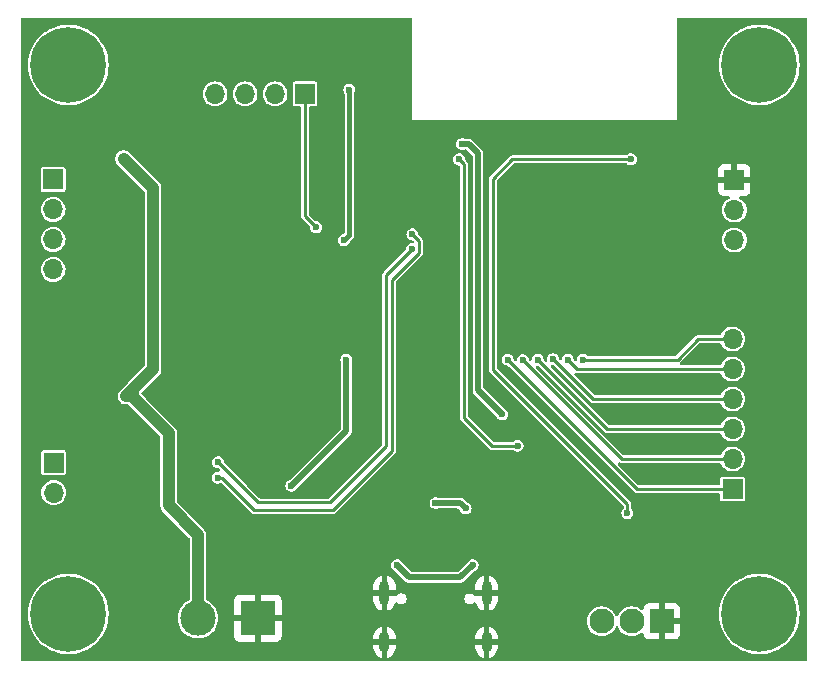
<source format=gbr>
%TF.GenerationSoftware,KiCad,Pcbnew,8.0.1*%
%TF.CreationDate,2024-04-06T00:37:26+05:30*%
%TF.ProjectId,Project,50726f6a-6563-4742-9e6b-696361645f70,rev?*%
%TF.SameCoordinates,Original*%
%TF.FileFunction,Copper,L2,Bot*%
%TF.FilePolarity,Positive*%
%FSLAX46Y46*%
G04 Gerber Fmt 4.6, Leading zero omitted, Abs format (unit mm)*
G04 Created by KiCad (PCBNEW 8.0.1) date 2024-04-06 00:37:26*
%MOMM*%
%LPD*%
G01*
G04 APERTURE LIST*
%TA.AperFunction,ComponentPad*%
%ADD10R,3.000000X3.000000*%
%TD*%
%TA.AperFunction,ComponentPad*%
%ADD11C,3.000000*%
%TD*%
%TA.AperFunction,ComponentPad*%
%ADD12C,0.800000*%
%TD*%
%TA.AperFunction,ComponentPad*%
%ADD13C,6.400000*%
%TD*%
%TA.AperFunction,ComponentPad*%
%ADD14R,1.700000X1.700000*%
%TD*%
%TA.AperFunction,ComponentPad*%
%ADD15O,1.700000X1.700000*%
%TD*%
%TA.AperFunction,ComponentPad*%
%ADD16O,0.900000X2.000000*%
%TD*%
%TA.AperFunction,ComponentPad*%
%ADD17O,0.900000X1.700000*%
%TD*%
%TA.AperFunction,ComponentPad*%
%ADD18R,2.100000X2.100000*%
%TD*%
%TA.AperFunction,ComponentPad*%
%ADD19C,2.100000*%
%TD*%
%TA.AperFunction,ViaPad*%
%ADD20C,0.600000*%
%TD*%
%TA.AperFunction,Conductor*%
%ADD21C,1.000000*%
%TD*%
%TA.AperFunction,Conductor*%
%ADD22C,0.500000*%
%TD*%
%TA.AperFunction,Conductor*%
%ADD23C,0.381000*%
%TD*%
%TA.AperFunction,Conductor*%
%ADD24C,0.254000*%
%TD*%
G04 APERTURE END LIST*
D10*
%TO.P,J2,1,Pin_1*%
%TO.N,GND*%
X68715000Y-79200000D03*
D11*
%TO.P,J2,2,Pin_2*%
%TO.N,9V*%
X63635000Y-79200000D03*
%TD*%
D12*
%TO.P,H1,1*%
%TO.N,N/C*%
X50275000Y-32350000D03*
X50977944Y-30652944D03*
X50977944Y-34047056D03*
X52675000Y-29950000D03*
D13*
X52675000Y-32350000D03*
D12*
X52675000Y-34750000D03*
X54372056Y-30652944D03*
X54372056Y-34047056D03*
X55075000Y-32350000D03*
%TD*%
%TO.P,H2,1*%
%TO.N,N/C*%
X50275000Y-78850000D03*
X50977944Y-77152944D03*
X50977944Y-80547056D03*
X52675000Y-76450000D03*
D13*
X52675000Y-78850000D03*
D12*
X52675000Y-81250000D03*
X54372056Y-77152944D03*
X54372056Y-80547056D03*
X55075000Y-78850000D03*
%TD*%
D14*
%TO.P,J3,1,Pin_1*%
%TO.N,/A+*%
X51375000Y-42050000D03*
D15*
%TO.P,J3,2,Pin_2*%
%TO.N,/A-*%
X51375000Y-44590000D03*
%TO.P,J3,3,Pin_3*%
%TO.N,/B+*%
X51375000Y-47130000D03*
%TO.P,J3,4,Pin_4*%
%TO.N,/B-*%
X51375000Y-49670000D03*
%TD*%
D16*
%TO.P,J1,S1,SHIELD*%
%TO.N,GND*%
X79430000Y-77070000D03*
D17*
X79430000Y-81240000D03*
D16*
X88070000Y-77070000D03*
D17*
X88070000Y-81240000D03*
%TD*%
D18*
%TO.P,J5,1,Pin_1*%
%TO.N,GND*%
X102915000Y-79450000D03*
D19*
%TO.P,J5,2,Pin_2*%
%TO.N,TEMP*%
X100375000Y-79450000D03*
%TO.P,J5,3,Pin_3*%
%TO.N,3V3*%
X97835000Y-79450000D03*
%TD*%
D12*
%TO.P,H3,1*%
%TO.N,N/C*%
X108775000Y-32350000D03*
X109477944Y-30652944D03*
X109477944Y-34047056D03*
X111175000Y-29950000D03*
D13*
X111175000Y-32350000D03*
D12*
X111175000Y-34750000D03*
X112872056Y-30652944D03*
X112872056Y-34047056D03*
X113575000Y-32350000D03*
%TD*%
D14*
%TO.P,J7,1,Pin_1*%
%TO.N,Net-(J7-Pin_1)*%
X108900000Y-68260000D03*
D15*
%TO.P,J7,2,Pin_2*%
%TO.N,Net-(J7-Pin_2)*%
X108900000Y-65720000D03*
%TO.P,J7,3,Pin_3*%
%TO.N,Net-(J7-Pin_3)*%
X108900000Y-63180000D03*
%TO.P,J7,4,Pin_4*%
%TO.N,Net-(J7-Pin_4)*%
X108900000Y-60640000D03*
%TO.P,J7,5,Pin_5*%
%TO.N,Net-(J7-Pin_5)*%
X108900000Y-58100000D03*
%TO.P,J7,6,Pin_6*%
%TO.N,Net-(J7-Pin_6)*%
X108900000Y-55560000D03*
%TD*%
D14*
%TO.P,J9,1,Pin_1*%
%TO.N,Net-(J9-Pin_1)*%
X51425000Y-66025000D03*
D15*
%TO.P,J9,2,Pin_2*%
%TO.N,Net-(J9-Pin_2)*%
X51425000Y-68565000D03*
%TD*%
D12*
%TO.P,H4,1*%
%TO.N,N/C*%
X108775000Y-78850000D03*
X109477944Y-77152944D03*
X109477944Y-80547056D03*
X111175000Y-76450000D03*
D13*
X111175000Y-78850000D03*
D12*
X111175000Y-81250000D03*
X112872056Y-77152944D03*
X112872056Y-80547056D03*
X113575000Y-78850000D03*
%TD*%
D14*
%TO.P,J4,1,Pin_1*%
%TO.N,GND*%
X109050000Y-42100000D03*
D15*
%TO.P,J4,2,Pin_2*%
%TO.N,TX*%
X109050000Y-44640000D03*
%TO.P,J4,3,Pin_3*%
%TO.N,RX*%
X109050000Y-47180000D03*
%TD*%
D14*
%TO.P,J6,1,Pin_1*%
%TO.N,Net-(IC1-DECAY)*%
X72705000Y-34800000D03*
D15*
%TO.P,J6,2,Pin_2*%
%TO.N,Net-(IC1-MODE0)*%
X70165000Y-34800000D03*
%TO.P,J6,3,Pin_3*%
%TO.N,Net-(IC1-MODE1)*%
X67625000Y-34800000D03*
%TO.P,J6,4,Pin_4*%
%TO.N,Net-(IC1-MODE2)*%
X65085000Y-34800000D03*
%TD*%
D20*
%TO.N,9V*%
X58150000Y-59800000D03*
X57350000Y-40300000D03*
X57550000Y-60400000D03*
X59850000Y-53700000D03*
%TO.N,GND*%
X67275000Y-46599998D03*
X68475000Y-43633334D03*
X83750000Y-74550000D03*
X90850000Y-47850000D03*
X90850000Y-43150000D03*
X67275000Y-45858332D03*
X93468000Y-37562000D03*
X69050000Y-40150000D03*
X93775000Y-64550000D03*
X98548000Y-37562000D03*
X66075000Y-44375000D03*
X68475000Y-46599998D03*
X55900000Y-54800000D03*
X64350000Y-51400000D03*
X67275000Y-44375000D03*
X77500000Y-62800000D03*
X78900000Y-71350000D03*
X89404000Y-37562000D03*
X92452000Y-37562000D03*
X101225000Y-64550000D03*
X66075000Y-45858332D03*
X97532000Y-37562000D03*
X67275000Y-45116666D03*
X68475000Y-44375000D03*
X66075000Y-48083334D03*
X68475000Y-48083334D03*
X66075000Y-43633334D03*
X68900000Y-52950000D03*
X99564000Y-37562000D03*
X68475000Y-45858332D03*
X94484000Y-37562000D03*
X66075000Y-46599998D03*
X74450000Y-63050000D03*
X54250000Y-52200000D03*
X68475000Y-47341664D03*
X74750000Y-40850000D03*
X52350000Y-54800000D03*
X66075000Y-45116666D03*
X67275000Y-43633334D03*
X62600000Y-53700000D03*
X91436000Y-37562000D03*
X67275000Y-48083334D03*
X86356000Y-37562000D03*
X95500000Y-37562000D03*
X93850000Y-46200000D03*
X68475000Y-45116666D03*
X83950000Y-62950000D03*
X53850000Y-44000000D03*
X88388000Y-37562000D03*
X96516000Y-37562000D03*
X87850000Y-71400000D03*
X92250000Y-43150000D03*
X53900000Y-47750000D03*
X92200000Y-47850000D03*
X66075000Y-47341664D03*
X87372000Y-37562000D03*
X81650000Y-37700000D03*
X74750000Y-38450000D03*
X93850000Y-44800000D03*
X62600000Y-56850000D03*
X90420000Y-37562000D03*
X67275000Y-47341664D03*
%TO.N,3V3*%
X71550000Y-68000000D03*
X89400000Y-61950000D03*
X76200000Y-57300000D03*
X76000000Y-47200000D03*
X76450000Y-34450000D03*
X86000000Y-39050000D03*
%TO.N,EN*%
X90700000Y-64600000D03*
X85750000Y-40350000D03*
%TO.N,VUSB*%
X86300000Y-69900000D03*
X80500000Y-74700000D03*
X86900000Y-74700000D03*
X83750000Y-69450000D03*
%TO.N,Net-(IC1-DECAY)*%
X73650000Y-46100000D03*
%TO.N,TEMP*%
X100000000Y-70300000D03*
X100300000Y-40350000D03*
%TO.N,IN2*%
X81800000Y-46700000D03*
X65300000Y-67300000D03*
%TO.N,IN1*%
X65350000Y-66000000D03*
X81750000Y-47950000D03*
%TO.N,Net-(J7-Pin_4)*%
X93700000Y-57250000D03*
%TO.N,Net-(J7-Pin_3)*%
X92400000Y-57300000D03*
%TO.N,Net-(J7-Pin_5)*%
X94950000Y-57300000D03*
%TO.N,Net-(J7-Pin_2)*%
X91150000Y-57350000D03*
%TO.N,Net-(J7-Pin_1)*%
X89850000Y-57300000D03*
%TO.N,Net-(J7-Pin_6)*%
X96250000Y-57300000D03*
%TD*%
D21*
%TO.N,9V*%
X58800000Y-61150000D02*
X61150000Y-63500000D01*
X57550000Y-60400000D02*
X58050000Y-60400000D01*
X59850000Y-53700000D02*
X59850000Y-58100000D01*
X63635000Y-72135000D02*
X63635000Y-79200000D01*
X61150000Y-69650000D02*
X63635000Y-72135000D01*
X57550000Y-60400000D02*
X58150000Y-59800000D01*
X58150000Y-59800000D02*
X58150000Y-60500000D01*
X58050000Y-60400000D02*
X58800000Y-61150000D01*
X59850000Y-58100000D02*
X58150000Y-59800000D01*
X61150000Y-63500000D02*
X61150000Y-69650000D01*
X59850000Y-53700000D02*
X59850000Y-42800000D01*
X59850000Y-42800000D02*
X57350000Y-40300000D01*
X58150000Y-60500000D02*
X58800000Y-61150000D01*
D22*
%TO.N,3V3*%
X87350000Y-39850000D02*
X87350000Y-59900000D01*
X86000000Y-39050000D02*
X86550000Y-39050000D01*
X87350000Y-59900000D02*
X89400000Y-61950000D01*
X76200000Y-57300000D02*
X76200000Y-63350000D01*
X76200000Y-63350000D02*
X71550000Y-68000000D01*
X86550000Y-39050000D02*
X87350000Y-39850000D01*
D23*
X76450000Y-46750000D02*
X76000000Y-47200000D01*
X76450000Y-34450000D02*
X76450000Y-46750000D01*
D24*
%TO.N,EN*%
X86150000Y-40750000D02*
X85750000Y-40350000D01*
X86150000Y-62250000D02*
X86150000Y-40750000D01*
X88500000Y-64600000D02*
X86150000Y-62250000D01*
X90700000Y-64600000D02*
X88500000Y-64600000D01*
D22*
%TO.N,VUSB*%
X85850000Y-69450000D02*
X83750000Y-69450000D01*
X81550000Y-75750000D02*
X85850000Y-75750000D01*
X86300000Y-69900000D02*
X85850000Y-69450000D01*
X85850000Y-75750000D02*
X86900000Y-74700000D01*
X80500000Y-74700000D02*
X81550000Y-75750000D01*
D24*
%TO.N,Net-(IC1-DECAY)*%
X72705000Y-45155000D02*
X72705000Y-34800000D01*
X73650000Y-46100000D02*
X72705000Y-45155000D01*
%TO.N,TEMP*%
X88600000Y-58150000D02*
X88600000Y-42000000D01*
X88600000Y-42000000D02*
X90250000Y-40350000D01*
X100000000Y-69550000D02*
X88600000Y-58150000D01*
X90250000Y-40350000D02*
X100300000Y-40350000D01*
X100000000Y-70300000D02*
X100000000Y-69550000D01*
%TO.N,IN2*%
X82377000Y-48273000D02*
X80100000Y-50550000D01*
X75050000Y-70050000D02*
X68400000Y-70050000D01*
X81800000Y-46700000D02*
X82377000Y-47277000D01*
X82377000Y-47277000D02*
X82377000Y-48273000D01*
X80100000Y-65000000D02*
X75050000Y-70050000D01*
X65650000Y-67300000D02*
X65300000Y-67300000D01*
X80100000Y-50550000D02*
X80100000Y-65000000D01*
X68400000Y-70050000D02*
X65650000Y-67300000D01*
%TO.N,IN1*%
X68750000Y-69400000D02*
X65350000Y-66000000D01*
X74800000Y-69400000D02*
X68750000Y-69400000D01*
X79550000Y-64650000D02*
X74800000Y-69400000D01*
X79550000Y-50150000D02*
X79550000Y-64650000D01*
X81750000Y-47950000D02*
X79550000Y-50150000D01*
%TO.N,Net-(J7-Pin_4)*%
X93700000Y-57250000D02*
X97090000Y-60640000D01*
X97090000Y-60640000D02*
X108900000Y-60640000D01*
%TO.N,Net-(J7-Pin_3)*%
X92400000Y-57300000D02*
X98280000Y-63180000D01*
X98280000Y-63180000D02*
X108900000Y-63180000D01*
%TO.N,Net-(J7-Pin_5)*%
X94950000Y-57300000D02*
X95750000Y-58100000D01*
X95750000Y-58100000D02*
X108900000Y-58100000D01*
%TO.N,Net-(J7-Pin_2)*%
X91150000Y-57350000D02*
X99520000Y-65720000D01*
X99520000Y-65720000D02*
X108900000Y-65720000D01*
%TO.N,Net-(J7-Pin_1)*%
X100810000Y-68260000D02*
X108900000Y-68260000D01*
X89850000Y-57300000D02*
X100810000Y-68260000D01*
%TO.N,Net-(J7-Pin_6)*%
X105990000Y-55560000D02*
X108900000Y-55560000D01*
X96250000Y-57300000D02*
X104250000Y-57300000D01*
X104250000Y-57300000D02*
X105990000Y-55560000D01*
%TD*%
%TA.AperFunction,Conductor*%
%TO.N,GND*%
G36*
X81743039Y-28370185D02*
G01*
X81788794Y-28422989D01*
X81800000Y-28474500D01*
X81800000Y-37000000D01*
X104200000Y-37000000D01*
X104200000Y-32350002D01*
X107769506Y-32350002D01*
X107789469Y-32718196D01*
X107789470Y-32718213D01*
X107849122Y-33082068D01*
X107849128Y-33082094D01*
X107947768Y-33437365D01*
X107947770Y-33437371D01*
X108084255Y-33779926D01*
X108084261Y-33779938D01*
X108256973Y-34105708D01*
X108256976Y-34105713D01*
X108256978Y-34105716D01*
X108463910Y-34410917D01*
X108702627Y-34691956D01*
X108970330Y-34945538D01*
X109263881Y-35168690D01*
X109579838Y-35358795D01*
X109579840Y-35358796D01*
X109579842Y-35358797D01*
X109579846Y-35358799D01*
X109914486Y-35513620D01*
X109914497Y-35513625D01*
X110263934Y-35631364D01*
X110624052Y-35710632D01*
X110990630Y-35750500D01*
X110990636Y-35750500D01*
X111359364Y-35750500D01*
X111359370Y-35750500D01*
X111725948Y-35710632D01*
X112086066Y-35631364D01*
X112435503Y-35513625D01*
X112770162Y-35358795D01*
X113086119Y-35168690D01*
X113379670Y-34945538D01*
X113647373Y-34691956D01*
X113886090Y-34410917D01*
X114093022Y-34105716D01*
X114265743Y-33779930D01*
X114402227Y-33437379D01*
X114500875Y-33082081D01*
X114560531Y-32718199D01*
X114580494Y-32350000D01*
X114560531Y-31981801D01*
X114500875Y-31617919D01*
X114402227Y-31262621D01*
X114265743Y-30920070D01*
X114093022Y-30594284D01*
X113886090Y-30289083D01*
X113647373Y-30008044D01*
X113379670Y-29754462D01*
X113086119Y-29531310D01*
X112770162Y-29341205D01*
X112770161Y-29341204D01*
X112770157Y-29341202D01*
X112770153Y-29341200D01*
X112435513Y-29186379D01*
X112435508Y-29186377D01*
X112435503Y-29186375D01*
X112265172Y-29128983D01*
X112086065Y-29068635D01*
X111725946Y-28989367D01*
X111359371Y-28949500D01*
X111359370Y-28949500D01*
X110990630Y-28949500D01*
X110990628Y-28949500D01*
X110624053Y-28989367D01*
X110263934Y-29068635D01*
X109993812Y-29159650D01*
X109914497Y-29186375D01*
X109914494Y-29186376D01*
X109914486Y-29186379D01*
X109579846Y-29341200D01*
X109579842Y-29341202D01*
X109344538Y-29482779D01*
X109263881Y-29531310D01*
X109163410Y-29607685D01*
X108970330Y-29754461D01*
X108970330Y-29754462D01*
X108702626Y-30008044D01*
X108463909Y-30289083D01*
X108256979Y-30594282D01*
X108256973Y-30594291D01*
X108084261Y-30920061D01*
X108084255Y-30920073D01*
X107947770Y-31262628D01*
X107947768Y-31262634D01*
X107849128Y-31617905D01*
X107849122Y-31617931D01*
X107789470Y-31981786D01*
X107789469Y-31981803D01*
X107769506Y-32349997D01*
X107769506Y-32350002D01*
X104200000Y-32350002D01*
X104200000Y-28474500D01*
X104219685Y-28407461D01*
X104272489Y-28361706D01*
X104324000Y-28350500D01*
X115050500Y-28350500D01*
X115117539Y-28370185D01*
X115163294Y-28422989D01*
X115174500Y-28474500D01*
X115174500Y-82725500D01*
X115154815Y-82792539D01*
X115102011Y-82838294D01*
X115050500Y-82849500D01*
X48799500Y-82849500D01*
X48732461Y-82829815D01*
X48686706Y-82777011D01*
X48675500Y-82725500D01*
X48675500Y-78850002D01*
X49269506Y-78850002D01*
X49289469Y-79218196D01*
X49289470Y-79218213D01*
X49349122Y-79582068D01*
X49349128Y-79582094D01*
X49447768Y-79937365D01*
X49447770Y-79937371D01*
X49447772Y-79937377D01*
X49447773Y-79937379D01*
X49456786Y-79960000D01*
X49584255Y-80279926D01*
X49584261Y-80279938D01*
X49756973Y-80605708D01*
X49756976Y-80605713D01*
X49756978Y-80605716D01*
X49824482Y-80705277D01*
X49963909Y-80910916D01*
X50161341Y-81143350D01*
X50202627Y-81191956D01*
X50470330Y-81445538D01*
X50763881Y-81668690D01*
X51079838Y-81858795D01*
X51079840Y-81858796D01*
X51079842Y-81858797D01*
X51079846Y-81858799D01*
X51255359Y-81940000D01*
X51414497Y-82013625D01*
X51763934Y-82131364D01*
X52124052Y-82210632D01*
X52490630Y-82250500D01*
X52490636Y-82250500D01*
X52859364Y-82250500D01*
X52859370Y-82250500D01*
X53225948Y-82210632D01*
X53586066Y-82131364D01*
X53935503Y-82013625D01*
X54270162Y-81858795D01*
X54478286Y-81733571D01*
X78480000Y-81733571D01*
X78516506Y-81917097D01*
X78516508Y-81917105D01*
X78588119Y-82089991D01*
X78588124Y-82090000D01*
X78692086Y-82245589D01*
X78692089Y-82245593D01*
X78824406Y-82377910D01*
X78824410Y-82377913D01*
X78979999Y-82481875D01*
X78980012Y-82481882D01*
X79152889Y-82553489D01*
X79152896Y-82553491D01*
X79180000Y-82558882D01*
X79180000Y-81806988D01*
X79189940Y-81824205D01*
X79245795Y-81880060D01*
X79314204Y-81919556D01*
X79390504Y-81940000D01*
X79469496Y-81940000D01*
X79545796Y-81919556D01*
X79614205Y-81880060D01*
X79670060Y-81824205D01*
X79680000Y-81806988D01*
X79680000Y-82558881D01*
X79707103Y-82553491D01*
X79707110Y-82553489D01*
X79879987Y-82481882D01*
X79880000Y-82481875D01*
X80035589Y-82377913D01*
X80035593Y-82377910D01*
X80167910Y-82245593D01*
X80167913Y-82245589D01*
X80271875Y-82090000D01*
X80271880Y-82089991D01*
X80343491Y-81917105D01*
X80343493Y-81917097D01*
X80379999Y-81733571D01*
X87120000Y-81733571D01*
X87156506Y-81917097D01*
X87156508Y-81917105D01*
X87228119Y-82089991D01*
X87228124Y-82090000D01*
X87332086Y-82245589D01*
X87332089Y-82245593D01*
X87464406Y-82377910D01*
X87464410Y-82377913D01*
X87619999Y-82481875D01*
X87620012Y-82481882D01*
X87792889Y-82553489D01*
X87792896Y-82553491D01*
X87820000Y-82558882D01*
X87820000Y-81806988D01*
X87829940Y-81824205D01*
X87885795Y-81880060D01*
X87954204Y-81919556D01*
X88030504Y-81940000D01*
X88109496Y-81940000D01*
X88185796Y-81919556D01*
X88254205Y-81880060D01*
X88310060Y-81824205D01*
X88320000Y-81806988D01*
X88320000Y-82558881D01*
X88347103Y-82553491D01*
X88347110Y-82553489D01*
X88519987Y-82481882D01*
X88520000Y-82481875D01*
X88675589Y-82377913D01*
X88675593Y-82377910D01*
X88807910Y-82245593D01*
X88807913Y-82245589D01*
X88911875Y-82090000D01*
X88911880Y-82089991D01*
X88983491Y-81917105D01*
X88983493Y-81917097D01*
X89019999Y-81733571D01*
X89020000Y-81733569D01*
X89020000Y-81490000D01*
X88370000Y-81490000D01*
X88370000Y-80990000D01*
X89020000Y-80990000D01*
X89020000Y-80746430D01*
X89019999Y-80746428D01*
X88983493Y-80562902D01*
X88983491Y-80562894D01*
X88911880Y-80390008D01*
X88911875Y-80389999D01*
X88807913Y-80234410D01*
X88807910Y-80234406D01*
X88675593Y-80102089D01*
X88675589Y-80102086D01*
X88520000Y-79998124D01*
X88519991Y-79998119D01*
X88347103Y-79926507D01*
X88347100Y-79926506D01*
X88320000Y-79921115D01*
X88320000Y-80673011D01*
X88310060Y-80655795D01*
X88254205Y-80599940D01*
X88185796Y-80560444D01*
X88109496Y-80540000D01*
X88030504Y-80540000D01*
X87954204Y-80560444D01*
X87885795Y-80599940D01*
X87829940Y-80655795D01*
X87820000Y-80673011D01*
X87820000Y-79921116D01*
X87819999Y-79921115D01*
X87792899Y-79926506D01*
X87792896Y-79926507D01*
X87620008Y-79998119D01*
X87619999Y-79998124D01*
X87464410Y-80102086D01*
X87464406Y-80102089D01*
X87332089Y-80234406D01*
X87332086Y-80234410D01*
X87228124Y-80389999D01*
X87228119Y-80390008D01*
X87156508Y-80562894D01*
X87156506Y-80562902D01*
X87120000Y-80746428D01*
X87120000Y-80990000D01*
X87770000Y-80990000D01*
X87770000Y-81490000D01*
X87120000Y-81490000D01*
X87120000Y-81733571D01*
X80379999Y-81733571D01*
X80380000Y-81733569D01*
X80380000Y-81490000D01*
X79730000Y-81490000D01*
X79730000Y-80990000D01*
X80380000Y-80990000D01*
X80380000Y-80746430D01*
X80379999Y-80746428D01*
X80343493Y-80562902D01*
X80343491Y-80562894D01*
X80271880Y-80390008D01*
X80271875Y-80389999D01*
X80167913Y-80234410D01*
X80167910Y-80234406D01*
X80035593Y-80102089D01*
X80035589Y-80102086D01*
X79880000Y-79998124D01*
X79879991Y-79998119D01*
X79707103Y-79926507D01*
X79707100Y-79926506D01*
X79680000Y-79921115D01*
X79680000Y-80673011D01*
X79670060Y-80655795D01*
X79614205Y-80599940D01*
X79545796Y-80560444D01*
X79469496Y-80540000D01*
X79390504Y-80540000D01*
X79314204Y-80560444D01*
X79245795Y-80599940D01*
X79189940Y-80655795D01*
X79180000Y-80673011D01*
X79180000Y-79921116D01*
X79179999Y-79921115D01*
X79152899Y-79926506D01*
X79152896Y-79926507D01*
X78980008Y-79998119D01*
X78979999Y-79998124D01*
X78824410Y-80102086D01*
X78824406Y-80102089D01*
X78692089Y-80234406D01*
X78692086Y-80234410D01*
X78588124Y-80389999D01*
X78588119Y-80390008D01*
X78516508Y-80562894D01*
X78516506Y-80562902D01*
X78480000Y-80746428D01*
X78480000Y-80990000D01*
X79130000Y-80990000D01*
X79130000Y-81490000D01*
X78480000Y-81490000D01*
X78480000Y-81733571D01*
X54478286Y-81733571D01*
X54586119Y-81668690D01*
X54879670Y-81445538D01*
X55147373Y-81191956D01*
X55386090Y-80910917D01*
X55593022Y-80605716D01*
X55765743Y-80279930D01*
X55902227Y-79937379D01*
X55919831Y-79873977D01*
X55972446Y-79684472D01*
X56000875Y-79582081D01*
X56057333Y-79237708D01*
X56060529Y-79218213D01*
X56060529Y-79218210D01*
X56060531Y-79218199D01*
X56080494Y-78850000D01*
X56078995Y-78822361D01*
X56073203Y-78715528D01*
X56060531Y-78481801D01*
X56058466Y-78469207D01*
X56000877Y-78117931D01*
X56000876Y-78117930D01*
X56000875Y-78117919D01*
X55956099Y-77956649D01*
X55902231Y-77762634D01*
X55902229Y-77762628D01*
X55902228Y-77762627D01*
X55902227Y-77762621D01*
X55765743Y-77420070D01*
X55649069Y-77200000D01*
X55593026Y-77094291D01*
X55593024Y-77094288D01*
X55593022Y-77094284D01*
X55386090Y-76789083D01*
X55147373Y-76508044D01*
X54879670Y-76254462D01*
X54586119Y-76031310D01*
X54270162Y-75841205D01*
X54270161Y-75841204D01*
X54270157Y-75841202D01*
X54270153Y-75841200D01*
X53935513Y-75686379D01*
X53935508Y-75686377D01*
X53935503Y-75686375D01*
X53765172Y-75628983D01*
X53586065Y-75568635D01*
X53225946Y-75489367D01*
X52859371Y-75449500D01*
X52859370Y-75449500D01*
X52490630Y-75449500D01*
X52490628Y-75449500D01*
X52124053Y-75489367D01*
X51763934Y-75568635D01*
X51493812Y-75659650D01*
X51414497Y-75686375D01*
X51414494Y-75686376D01*
X51414486Y-75686379D01*
X51079846Y-75841200D01*
X51079842Y-75841202D01*
X50958177Y-75914406D01*
X50763881Y-76031310D01*
X50712987Y-76069999D01*
X50470330Y-76254461D01*
X50470330Y-76254462D01*
X50202626Y-76508044D01*
X49963909Y-76789083D01*
X49756979Y-77094282D01*
X49756973Y-77094291D01*
X49584261Y-77420061D01*
X49584255Y-77420073D01*
X49447770Y-77762628D01*
X49447768Y-77762634D01*
X49349128Y-78117905D01*
X49349122Y-78117931D01*
X49289470Y-78481786D01*
X49289469Y-78481799D01*
X49289469Y-78481801D01*
X49286374Y-78538881D01*
X49269506Y-78849997D01*
X49269506Y-78850002D01*
X48675500Y-78850002D01*
X48675500Y-68565000D01*
X50369417Y-68565000D01*
X50389699Y-68770932D01*
X50389700Y-68770934D01*
X50449768Y-68968954D01*
X50547315Y-69151450D01*
X50547317Y-69151452D01*
X50678589Y-69311410D01*
X50724284Y-69348910D01*
X50838550Y-69442685D01*
X51021046Y-69540232D01*
X51219066Y-69600300D01*
X51219065Y-69600300D01*
X51237529Y-69602118D01*
X51425000Y-69620583D01*
X51630934Y-69600300D01*
X51828954Y-69540232D01*
X52011450Y-69442685D01*
X52171410Y-69311410D01*
X52302685Y-69151450D01*
X52400232Y-68968954D01*
X52460300Y-68770934D01*
X52480583Y-68565000D01*
X52460300Y-68359066D01*
X52400232Y-68161046D01*
X52302685Y-67978550D01*
X52203378Y-67857543D01*
X52171410Y-67818589D01*
X52011452Y-67687317D01*
X52011453Y-67687317D01*
X52011450Y-67687315D01*
X51828954Y-67589768D01*
X51630934Y-67529700D01*
X51630932Y-67529699D01*
X51630934Y-67529699D01*
X51425000Y-67509417D01*
X51219067Y-67529699D01*
X51021043Y-67589769D01*
X50910898Y-67648643D01*
X50838550Y-67687315D01*
X50838548Y-67687316D01*
X50838547Y-67687317D01*
X50678589Y-67818589D01*
X50547317Y-67978547D01*
X50449769Y-68161043D01*
X50389699Y-68359067D01*
X50369417Y-68565000D01*
X48675500Y-68565000D01*
X48675500Y-66894752D01*
X50374500Y-66894752D01*
X50386131Y-66953229D01*
X50386132Y-66953230D01*
X50430447Y-67019552D01*
X50496769Y-67063867D01*
X50496770Y-67063868D01*
X50555247Y-67075499D01*
X50555250Y-67075500D01*
X50555252Y-67075500D01*
X52294750Y-67075500D01*
X52294751Y-67075499D01*
X52309568Y-67072552D01*
X52353229Y-67063868D01*
X52353229Y-67063867D01*
X52353231Y-67063867D01*
X52419552Y-67019552D01*
X52463867Y-66953231D01*
X52463867Y-66953229D01*
X52463868Y-66953229D01*
X52475499Y-66894752D01*
X52475500Y-66894750D01*
X52475500Y-65155249D01*
X52475499Y-65155247D01*
X52463868Y-65096770D01*
X52463867Y-65096769D01*
X52419552Y-65030447D01*
X52353230Y-64986132D01*
X52353229Y-64986131D01*
X52294752Y-64974500D01*
X52294748Y-64974500D01*
X50555252Y-64974500D01*
X50555247Y-64974500D01*
X50496770Y-64986131D01*
X50496769Y-64986132D01*
X50430447Y-65030447D01*
X50386132Y-65096769D01*
X50386131Y-65096770D01*
X50374500Y-65155247D01*
X50374500Y-66894752D01*
X48675500Y-66894752D01*
X48675500Y-49670000D01*
X50319417Y-49670000D01*
X50339699Y-49875932D01*
X50339700Y-49875934D01*
X50399768Y-50073954D01*
X50497315Y-50256450D01*
X50497317Y-50256452D01*
X50628589Y-50416410D01*
X50725209Y-50495702D01*
X50788550Y-50547685D01*
X50971046Y-50645232D01*
X51169066Y-50705300D01*
X51169065Y-50705300D01*
X51187529Y-50707118D01*
X51375000Y-50725583D01*
X51580934Y-50705300D01*
X51778954Y-50645232D01*
X51961450Y-50547685D01*
X52121410Y-50416410D01*
X52252685Y-50256450D01*
X52350232Y-50073954D01*
X52410300Y-49875934D01*
X52430583Y-49670000D01*
X52410300Y-49464066D01*
X52350232Y-49266046D01*
X52252685Y-49083550D01*
X52200702Y-49020209D01*
X52121410Y-48923589D01*
X51961452Y-48792317D01*
X51961453Y-48792317D01*
X51961450Y-48792315D01*
X51778954Y-48694768D01*
X51580934Y-48634700D01*
X51580932Y-48634699D01*
X51580934Y-48634699D01*
X51375000Y-48614417D01*
X51169067Y-48634699D01*
X50971043Y-48694769D01*
X50860898Y-48753643D01*
X50788550Y-48792315D01*
X50788548Y-48792316D01*
X50788547Y-48792317D01*
X50628589Y-48923589D01*
X50497317Y-49083547D01*
X50399769Y-49266043D01*
X50339699Y-49464067D01*
X50319417Y-49670000D01*
X48675500Y-49670000D01*
X48675500Y-47130000D01*
X50319417Y-47130000D01*
X50339699Y-47335932D01*
X50354867Y-47385934D01*
X50399768Y-47533954D01*
X50497315Y-47716450D01*
X50497317Y-47716452D01*
X50628589Y-47876410D01*
X50718260Y-47950000D01*
X50788550Y-48007685D01*
X50971046Y-48105232D01*
X51169066Y-48165300D01*
X51169065Y-48165300D01*
X51187529Y-48167118D01*
X51375000Y-48185583D01*
X51580934Y-48165300D01*
X51778954Y-48105232D01*
X51961450Y-48007685D01*
X52121410Y-47876410D01*
X52252685Y-47716450D01*
X52350232Y-47533954D01*
X52410300Y-47335934D01*
X52430583Y-47130000D01*
X52410300Y-46924066D01*
X52350232Y-46726046D01*
X52252685Y-46543550D01*
X52162443Y-46433589D01*
X52121410Y-46383589D01*
X51961452Y-46252317D01*
X51961453Y-46252317D01*
X51961450Y-46252315D01*
X51778954Y-46154768D01*
X51580934Y-46094700D01*
X51580932Y-46094699D01*
X51580934Y-46094699D01*
X51375000Y-46074417D01*
X51169067Y-46094699D01*
X50971043Y-46154769D01*
X50860898Y-46213643D01*
X50788550Y-46252315D01*
X50788548Y-46252316D01*
X50788547Y-46252317D01*
X50628589Y-46383589D01*
X50502953Y-46536680D01*
X50497315Y-46543550D01*
X50488547Y-46559954D01*
X50399769Y-46726043D01*
X50399768Y-46726045D01*
X50399768Y-46726046D01*
X50395521Y-46740047D01*
X50339699Y-46924067D01*
X50319417Y-47130000D01*
X48675500Y-47130000D01*
X48675500Y-44590000D01*
X50319417Y-44590000D01*
X50339699Y-44795932D01*
X50354867Y-44845934D01*
X50399768Y-44993954D01*
X50497315Y-45176450D01*
X50497317Y-45176452D01*
X50628589Y-45336410D01*
X50725209Y-45415702D01*
X50788550Y-45467685D01*
X50971046Y-45565232D01*
X51169066Y-45625300D01*
X51169065Y-45625300D01*
X51187529Y-45627118D01*
X51375000Y-45645583D01*
X51580934Y-45625300D01*
X51778954Y-45565232D01*
X51961450Y-45467685D01*
X52121410Y-45336410D01*
X52252685Y-45176450D01*
X52350232Y-44993954D01*
X52410300Y-44795934D01*
X52430583Y-44590000D01*
X52410300Y-44384066D01*
X52350232Y-44186046D01*
X52252685Y-44003550D01*
X52162443Y-43893589D01*
X52121410Y-43843589D01*
X51961452Y-43712317D01*
X51961453Y-43712317D01*
X51961450Y-43712315D01*
X51778954Y-43614768D01*
X51580934Y-43554700D01*
X51580932Y-43554699D01*
X51580934Y-43554699D01*
X51375000Y-43534417D01*
X51169067Y-43554699D01*
X50971043Y-43614769D01*
X50895398Y-43655203D01*
X50788550Y-43712315D01*
X50788548Y-43712316D01*
X50788547Y-43712317D01*
X50628589Y-43843589D01*
X50497317Y-44003547D01*
X50399769Y-44186043D01*
X50339699Y-44384067D01*
X50319417Y-44590000D01*
X48675500Y-44590000D01*
X48675500Y-42919752D01*
X50324500Y-42919752D01*
X50336131Y-42978229D01*
X50336132Y-42978230D01*
X50380447Y-43044552D01*
X50446769Y-43088867D01*
X50446770Y-43088868D01*
X50505247Y-43100499D01*
X50505250Y-43100500D01*
X50505252Y-43100500D01*
X52244750Y-43100500D01*
X52244751Y-43100499D01*
X52259568Y-43097552D01*
X52303229Y-43088868D01*
X52303229Y-43088867D01*
X52303231Y-43088867D01*
X52369552Y-43044552D01*
X52413867Y-42978231D01*
X52413867Y-42978229D01*
X52413868Y-42978229D01*
X52425499Y-42919752D01*
X52425500Y-42919750D01*
X52425500Y-41180249D01*
X52425499Y-41180247D01*
X52413868Y-41121770D01*
X52413867Y-41121769D01*
X52369552Y-41055447D01*
X52303230Y-41011132D01*
X52303229Y-41011131D01*
X52244752Y-40999500D01*
X52244748Y-40999500D01*
X50505252Y-40999500D01*
X50505247Y-40999500D01*
X50446770Y-41011131D01*
X50446769Y-41011132D01*
X50380447Y-41055447D01*
X50336132Y-41121769D01*
X50336131Y-41121770D01*
X50324500Y-41180247D01*
X50324500Y-42919752D01*
X48675500Y-42919752D01*
X48675500Y-40368996D01*
X56649499Y-40368996D01*
X56676418Y-40504322D01*
X56676421Y-40504332D01*
X56729222Y-40631807D01*
X56805887Y-40746545D01*
X56805888Y-40746546D01*
X59113181Y-43053838D01*
X59146666Y-43115161D01*
X59149500Y-43141519D01*
X59149500Y-57758481D01*
X59129815Y-57825520D01*
X59113181Y-57846162D01*
X57703457Y-59255886D01*
X57005888Y-59953453D01*
X57005887Y-59953454D01*
X56929222Y-60068192D01*
X56876421Y-60195667D01*
X56876418Y-60195677D01*
X56849500Y-60331003D01*
X56849500Y-60331006D01*
X56849500Y-60468994D01*
X56849500Y-60468996D01*
X56849499Y-60468996D01*
X56876418Y-60604322D01*
X56876421Y-60604332D01*
X56929222Y-60731807D01*
X57005887Y-60846545D01*
X57103454Y-60944112D01*
X57218192Y-61020777D01*
X57345667Y-61073578D01*
X57345672Y-61073580D01*
X57345676Y-61073580D01*
X57345677Y-61073581D01*
X57481003Y-61100500D01*
X57481006Y-61100500D01*
X57481007Y-61100500D01*
X57708481Y-61100500D01*
X57775520Y-61120185D01*
X57796162Y-61136819D01*
X60413181Y-63753838D01*
X60446666Y-63815161D01*
X60449500Y-63841519D01*
X60449500Y-69581006D01*
X60449500Y-69718994D01*
X60449500Y-69718996D01*
X60449499Y-69718996D01*
X60476418Y-69854322D01*
X60476421Y-69854332D01*
X60529222Y-69981807D01*
X60605887Y-70096545D01*
X60605888Y-70096546D01*
X62898181Y-72388838D01*
X62931666Y-72450161D01*
X62934500Y-72476519D01*
X62934500Y-77572016D01*
X62914815Y-77639055D01*
X62864302Y-77683736D01*
X62782370Y-77723192D01*
X62571782Y-77866768D01*
X62384952Y-78040121D01*
X62384950Y-78040123D01*
X62226041Y-78239388D01*
X62098608Y-78460109D01*
X62005492Y-78697362D01*
X62005490Y-78697369D01*
X61948777Y-78945845D01*
X61929732Y-79199995D01*
X61929732Y-79200000D01*
X61948777Y-79454154D01*
X61997581Y-79667979D01*
X62005492Y-79702637D01*
X62095037Y-79930793D01*
X62098608Y-79939890D01*
X62111672Y-79962518D01*
X62226041Y-80160612D01*
X62384950Y-80359877D01*
X62571783Y-80533232D01*
X62782366Y-80676805D01*
X62782371Y-80676807D01*
X62782372Y-80676808D01*
X62782373Y-80676809D01*
X62880791Y-80724204D01*
X63011992Y-80787387D01*
X63011993Y-80787387D01*
X63011996Y-80787389D01*
X63255542Y-80862513D01*
X63507565Y-80900500D01*
X63762435Y-80900500D01*
X64014458Y-80862513D01*
X64258004Y-80787389D01*
X64340120Y-80747844D01*
X66715000Y-80747844D01*
X66721401Y-80807372D01*
X66721403Y-80807379D01*
X66771645Y-80942086D01*
X66771649Y-80942093D01*
X66857809Y-81057187D01*
X66857812Y-81057190D01*
X66972906Y-81143350D01*
X66972913Y-81143354D01*
X67107620Y-81193596D01*
X67107627Y-81193598D01*
X67167155Y-81199999D01*
X67167172Y-81200000D01*
X68465000Y-81200000D01*
X68465000Y-79919064D01*
X68493316Y-79930793D01*
X68640147Y-79960000D01*
X68789853Y-79960000D01*
X68936684Y-79930793D01*
X68965000Y-79919064D01*
X68965000Y-81200000D01*
X70262828Y-81200000D01*
X70262844Y-81199999D01*
X70322372Y-81193598D01*
X70322379Y-81193596D01*
X70457086Y-81143354D01*
X70457093Y-81143350D01*
X70572187Y-81057190D01*
X70572190Y-81057187D01*
X70658350Y-80942093D01*
X70658354Y-80942086D01*
X70708596Y-80807379D01*
X70708598Y-80807372D01*
X70714999Y-80747844D01*
X70715000Y-80747827D01*
X70715000Y-79450000D01*
X96579723Y-79450000D01*
X96591279Y-79582094D01*
X96598793Y-79667975D01*
X96598793Y-79667979D01*
X96655422Y-79879322D01*
X96655424Y-79879326D01*
X96655425Y-79879330D01*
X96660452Y-79890110D01*
X96747897Y-80077638D01*
X96747898Y-80077639D01*
X96873402Y-80256877D01*
X97028123Y-80411598D01*
X97207361Y-80537102D01*
X97405670Y-80629575D01*
X97617023Y-80686207D01*
X97799926Y-80702208D01*
X97834998Y-80705277D01*
X97835000Y-80705277D01*
X97835002Y-80705277D01*
X97863254Y-80702805D01*
X98052977Y-80686207D01*
X98264330Y-80629575D01*
X98462639Y-80537102D01*
X98641877Y-80411598D01*
X98796598Y-80256877D01*
X98922102Y-80077639D01*
X98992618Y-79926414D01*
X99038790Y-79873977D01*
X99105984Y-79854825D01*
X99172865Y-79875041D01*
X99217381Y-79926414D01*
X99287898Y-80077639D01*
X99413402Y-80256877D01*
X99568123Y-80411598D01*
X99747361Y-80537102D01*
X99945670Y-80629575D01*
X100157023Y-80686207D01*
X100339926Y-80702208D01*
X100374998Y-80705277D01*
X100375000Y-80705277D01*
X100375002Y-80705277D01*
X100403254Y-80702805D01*
X100592977Y-80686207D01*
X100804330Y-80629575D01*
X101002639Y-80537102D01*
X101169879Y-80419998D01*
X101236082Y-80397673D01*
X101303850Y-80414683D01*
X101351663Y-80465631D01*
X101365000Y-80521575D01*
X101365000Y-80547844D01*
X101371401Y-80607372D01*
X101371403Y-80607379D01*
X101421645Y-80742086D01*
X101421649Y-80742093D01*
X101507809Y-80857187D01*
X101507812Y-80857190D01*
X101622906Y-80943350D01*
X101622913Y-80943354D01*
X101757620Y-80993596D01*
X101757627Y-80993598D01*
X101817155Y-80999999D01*
X101817172Y-81000000D01*
X102665000Y-81000000D01*
X102665000Y-79940747D01*
X102702708Y-79962518D01*
X102842591Y-80000000D01*
X102987409Y-80000000D01*
X103127292Y-79962518D01*
X103165000Y-79940747D01*
X103165000Y-81000000D01*
X104012828Y-81000000D01*
X104012844Y-80999999D01*
X104072372Y-80993598D01*
X104072379Y-80993596D01*
X104207086Y-80943354D01*
X104207093Y-80943350D01*
X104322187Y-80857190D01*
X104322190Y-80857187D01*
X104408350Y-80742093D01*
X104408354Y-80742086D01*
X104458596Y-80607379D01*
X104458598Y-80607372D01*
X104464999Y-80547844D01*
X104465000Y-80547827D01*
X104465000Y-79700000D01*
X103405748Y-79700000D01*
X103427518Y-79662292D01*
X103465000Y-79522409D01*
X103465000Y-79377591D01*
X103427518Y-79237708D01*
X103405748Y-79200000D01*
X104465000Y-79200000D01*
X104465000Y-78850002D01*
X107769506Y-78850002D01*
X107789469Y-79218196D01*
X107789470Y-79218213D01*
X107849122Y-79582068D01*
X107849128Y-79582094D01*
X107947768Y-79937365D01*
X107947770Y-79937371D01*
X107947772Y-79937377D01*
X107947773Y-79937379D01*
X107956786Y-79960000D01*
X108084255Y-80279926D01*
X108084261Y-80279938D01*
X108256973Y-80605708D01*
X108256976Y-80605713D01*
X108256978Y-80605716D01*
X108324482Y-80705277D01*
X108463909Y-80910916D01*
X108661341Y-81143350D01*
X108702627Y-81191956D01*
X108970330Y-81445538D01*
X109263881Y-81668690D01*
X109579838Y-81858795D01*
X109579840Y-81858796D01*
X109579842Y-81858797D01*
X109579846Y-81858799D01*
X109755359Y-81940000D01*
X109914497Y-82013625D01*
X110263934Y-82131364D01*
X110624052Y-82210632D01*
X110990630Y-82250500D01*
X110990636Y-82250500D01*
X111359364Y-82250500D01*
X111359370Y-82250500D01*
X111725948Y-82210632D01*
X112086066Y-82131364D01*
X112435503Y-82013625D01*
X112770162Y-81858795D01*
X113086119Y-81668690D01*
X113379670Y-81445538D01*
X113647373Y-81191956D01*
X113886090Y-80910917D01*
X114093022Y-80605716D01*
X114265743Y-80279930D01*
X114402227Y-79937379D01*
X114419831Y-79873977D01*
X114472446Y-79684472D01*
X114500875Y-79582081D01*
X114557333Y-79237708D01*
X114560529Y-79218213D01*
X114560529Y-79218210D01*
X114560531Y-79218199D01*
X114580494Y-78850000D01*
X114578995Y-78822361D01*
X114573203Y-78715528D01*
X114560531Y-78481801D01*
X114558466Y-78469207D01*
X114500877Y-78117931D01*
X114500876Y-78117930D01*
X114500875Y-78117919D01*
X114456099Y-77956649D01*
X114402231Y-77762634D01*
X114402229Y-77762628D01*
X114402228Y-77762627D01*
X114402227Y-77762621D01*
X114265743Y-77420070D01*
X114149069Y-77200000D01*
X114093026Y-77094291D01*
X114093024Y-77094288D01*
X114093022Y-77094284D01*
X113886090Y-76789083D01*
X113647373Y-76508044D01*
X113379670Y-76254462D01*
X113086119Y-76031310D01*
X112770162Y-75841205D01*
X112770161Y-75841204D01*
X112770157Y-75841202D01*
X112770153Y-75841200D01*
X112435513Y-75686379D01*
X112435508Y-75686377D01*
X112435503Y-75686375D01*
X112265172Y-75628983D01*
X112086065Y-75568635D01*
X111725946Y-75489367D01*
X111359371Y-75449500D01*
X111359370Y-75449500D01*
X110990630Y-75449500D01*
X110990628Y-75449500D01*
X110624053Y-75489367D01*
X110263934Y-75568635D01*
X109993812Y-75659650D01*
X109914497Y-75686375D01*
X109914494Y-75686376D01*
X109914486Y-75686379D01*
X109579846Y-75841200D01*
X109579842Y-75841202D01*
X109458177Y-75914406D01*
X109263881Y-76031310D01*
X109212987Y-76069999D01*
X108970330Y-76254461D01*
X108970330Y-76254462D01*
X108702626Y-76508044D01*
X108463909Y-76789083D01*
X108256979Y-77094282D01*
X108256973Y-77094291D01*
X108084261Y-77420061D01*
X108084255Y-77420073D01*
X107947770Y-77762628D01*
X107947768Y-77762634D01*
X107849128Y-78117905D01*
X107849122Y-78117931D01*
X107789470Y-78481786D01*
X107789469Y-78481799D01*
X107789469Y-78481801D01*
X107786374Y-78538881D01*
X107769506Y-78849997D01*
X107769506Y-78850002D01*
X104465000Y-78850002D01*
X104465000Y-78352172D01*
X104464999Y-78352155D01*
X104458598Y-78292627D01*
X104458596Y-78292620D01*
X104408354Y-78157913D01*
X104408350Y-78157906D01*
X104322190Y-78042812D01*
X104322187Y-78042809D01*
X104207093Y-77956649D01*
X104207086Y-77956645D01*
X104072379Y-77906403D01*
X104072372Y-77906401D01*
X104012844Y-77900000D01*
X103165000Y-77900000D01*
X103165000Y-78959252D01*
X103127292Y-78937482D01*
X102987409Y-78900000D01*
X102842591Y-78900000D01*
X102702708Y-78937482D01*
X102665000Y-78959252D01*
X102665000Y-77900000D01*
X101817155Y-77900000D01*
X101757627Y-77906401D01*
X101757620Y-77906403D01*
X101622913Y-77956645D01*
X101622906Y-77956649D01*
X101507812Y-78042809D01*
X101507809Y-78042812D01*
X101421649Y-78157906D01*
X101421645Y-78157913D01*
X101371403Y-78292620D01*
X101371401Y-78292627D01*
X101365000Y-78352155D01*
X101365000Y-78378424D01*
X101345315Y-78445463D01*
X101292511Y-78491218D01*
X101223353Y-78501162D01*
X101169877Y-78479999D01*
X101002643Y-78362900D01*
X101002639Y-78362898D01*
X100979637Y-78352172D01*
X100804330Y-78270425D01*
X100804326Y-78270424D01*
X100804322Y-78270422D01*
X100592977Y-78213793D01*
X100375002Y-78194723D01*
X100374998Y-78194723D01*
X100229682Y-78207436D01*
X100157023Y-78213793D01*
X100157020Y-78213793D01*
X99945677Y-78270422D01*
X99945668Y-78270426D01*
X99747361Y-78362898D01*
X99747357Y-78362900D01*
X99568121Y-78488402D01*
X99413402Y-78643121D01*
X99287900Y-78822357D01*
X99287898Y-78822361D01*
X99217382Y-78973583D01*
X99171209Y-79026022D01*
X99104016Y-79045174D01*
X99037135Y-79024958D01*
X98992618Y-78973583D01*
X98958305Y-78900000D01*
X98922102Y-78822362D01*
X98922100Y-78822359D01*
X98922099Y-78822357D01*
X98796599Y-78643124D01*
X98763145Y-78609670D01*
X98641877Y-78488402D01*
X98503978Y-78391844D01*
X98462638Y-78362897D01*
X98311927Y-78292620D01*
X98264330Y-78270425D01*
X98264326Y-78270424D01*
X98264322Y-78270422D01*
X98052977Y-78213793D01*
X97835002Y-78194723D01*
X97834998Y-78194723D01*
X97689682Y-78207436D01*
X97617023Y-78213793D01*
X97617020Y-78213793D01*
X97405677Y-78270422D01*
X97405668Y-78270426D01*
X97207361Y-78362898D01*
X97207357Y-78362900D01*
X97028121Y-78488402D01*
X96873402Y-78643121D01*
X96747900Y-78822357D01*
X96747898Y-78822361D01*
X96655426Y-79020668D01*
X96655422Y-79020677D01*
X96598793Y-79232020D01*
X96598793Y-79232023D01*
X96579723Y-79450000D01*
X70715000Y-79450000D01*
X69434064Y-79450000D01*
X69445793Y-79421684D01*
X69475000Y-79274853D01*
X69475000Y-79125147D01*
X69445793Y-78978316D01*
X69434064Y-78950000D01*
X70715000Y-78950000D01*
X70715000Y-77713571D01*
X78480000Y-77713571D01*
X78516506Y-77897097D01*
X78516508Y-77897105D01*
X78588119Y-78069991D01*
X78588124Y-78070000D01*
X78692086Y-78225589D01*
X78692089Y-78225593D01*
X78824406Y-78357910D01*
X78824410Y-78357913D01*
X78979999Y-78461875D01*
X78980012Y-78461882D01*
X79152889Y-78533489D01*
X79152896Y-78533491D01*
X79180000Y-78538882D01*
X79180000Y-77786988D01*
X79189940Y-77804205D01*
X79245795Y-77860060D01*
X79314204Y-77899556D01*
X79390504Y-77920000D01*
X79469496Y-77920000D01*
X79545796Y-77899556D01*
X79614205Y-77860060D01*
X79670060Y-77804205D01*
X79680000Y-77786988D01*
X79680000Y-78538881D01*
X79707103Y-78533491D01*
X79707110Y-78533489D01*
X79879987Y-78461882D01*
X79880000Y-78461875D01*
X80035589Y-78357913D01*
X80035593Y-78357910D01*
X80167910Y-78225593D01*
X80167913Y-78225589D01*
X80271875Y-78070000D01*
X80271882Y-78069987D01*
X80337988Y-77910391D01*
X80381828Y-77855987D01*
X80448122Y-77833922D01*
X80515822Y-77851201D01*
X80540230Y-77870162D01*
X80582158Y-77912090D01*
X80685341Y-77971663D01*
X80800427Y-78002500D01*
X80800429Y-78002500D01*
X80919571Y-78002500D01*
X80919573Y-78002500D01*
X81034659Y-77971663D01*
X81137842Y-77912090D01*
X81222090Y-77827842D01*
X81281663Y-77724659D01*
X81312500Y-77609573D01*
X81312500Y-77609572D01*
X86187500Y-77609572D01*
X86218337Y-77724660D01*
X86240262Y-77762634D01*
X86277910Y-77827842D01*
X86362158Y-77912090D01*
X86465341Y-77971663D01*
X86580427Y-78002500D01*
X86580429Y-78002500D01*
X86699571Y-78002500D01*
X86699573Y-78002500D01*
X86814659Y-77971663D01*
X86917842Y-77912090D01*
X86959770Y-77870161D01*
X87021091Y-77836677D01*
X87090782Y-77841661D01*
X87146716Y-77883532D01*
X87162011Y-77910390D01*
X87228119Y-78069991D01*
X87228124Y-78070000D01*
X87332086Y-78225589D01*
X87332089Y-78225593D01*
X87464406Y-78357910D01*
X87464410Y-78357913D01*
X87619999Y-78461875D01*
X87620012Y-78461882D01*
X87792889Y-78533489D01*
X87792896Y-78533491D01*
X87820000Y-78538882D01*
X87820000Y-77786988D01*
X87829940Y-77804205D01*
X87885795Y-77860060D01*
X87954204Y-77899556D01*
X88030504Y-77920000D01*
X88109496Y-77920000D01*
X88185796Y-77899556D01*
X88254205Y-77860060D01*
X88310060Y-77804205D01*
X88320000Y-77786988D01*
X88320000Y-78538881D01*
X88347103Y-78533491D01*
X88347110Y-78533489D01*
X88519987Y-78461882D01*
X88520000Y-78461875D01*
X88675589Y-78357913D01*
X88675593Y-78357910D01*
X88807910Y-78225593D01*
X88807913Y-78225589D01*
X88911875Y-78070000D01*
X88911880Y-78069991D01*
X88983491Y-77897105D01*
X88983493Y-77897097D01*
X89019999Y-77713571D01*
X89020000Y-77713569D01*
X89020000Y-77320000D01*
X88370000Y-77320000D01*
X88370000Y-76820000D01*
X89020000Y-76820000D01*
X89020000Y-76426430D01*
X89019999Y-76426428D01*
X88983493Y-76242902D01*
X88983491Y-76242894D01*
X88911880Y-76070008D01*
X88911875Y-76069999D01*
X88807913Y-75914410D01*
X88807910Y-75914406D01*
X88675593Y-75782089D01*
X88675589Y-75782086D01*
X88520000Y-75678124D01*
X88519991Y-75678119D01*
X88347103Y-75606507D01*
X88347100Y-75606506D01*
X88320000Y-75601115D01*
X88320000Y-76353011D01*
X88310060Y-76335795D01*
X88254205Y-76279940D01*
X88185796Y-76240444D01*
X88109496Y-76220000D01*
X88030504Y-76220000D01*
X87954204Y-76240444D01*
X87885795Y-76279940D01*
X87829940Y-76335795D01*
X87820000Y-76353011D01*
X87820000Y-75601116D01*
X87819999Y-75601115D01*
X87792899Y-75606506D01*
X87792896Y-75606507D01*
X87620008Y-75678119D01*
X87619999Y-75678124D01*
X87464410Y-75782086D01*
X87464406Y-75782089D01*
X87332089Y-75914406D01*
X87332086Y-75914410D01*
X87228124Y-76069999D01*
X87228119Y-76070008D01*
X87156508Y-76242894D01*
X87156506Y-76242902D01*
X87120000Y-76426428D01*
X87120000Y-76820000D01*
X87770000Y-76820000D01*
X87770000Y-77320000D01*
X87099950Y-77320000D01*
X87032911Y-77300315D01*
X87008179Y-77277562D01*
X87007837Y-77277905D01*
X86917844Y-77187912D01*
X86917842Y-77187910D01*
X86866250Y-77158123D01*
X86814660Y-77128337D01*
X86757116Y-77112918D01*
X86699573Y-77097500D01*
X86580427Y-77097500D01*
X86465339Y-77128337D01*
X86362158Y-77187910D01*
X86362155Y-77187912D01*
X86277912Y-77272155D01*
X86277910Y-77272158D01*
X86218337Y-77375339D01*
X86187500Y-77490427D01*
X86187500Y-77609572D01*
X81312500Y-77609572D01*
X81312500Y-77490427D01*
X81281663Y-77375341D01*
X81222090Y-77272158D01*
X81137842Y-77187910D01*
X81086250Y-77158123D01*
X81034660Y-77128337D01*
X80977116Y-77112918D01*
X80919573Y-77097500D01*
X80800427Y-77097500D01*
X80685339Y-77128337D01*
X80582158Y-77187910D01*
X80582155Y-77187912D01*
X80492163Y-77277905D01*
X80491096Y-77276838D01*
X80441999Y-77312689D01*
X80400050Y-77320000D01*
X79730000Y-77320000D01*
X79730000Y-76820000D01*
X80380000Y-76820000D01*
X80380000Y-76426430D01*
X80379999Y-76426428D01*
X80343493Y-76242902D01*
X80343491Y-76242894D01*
X80271880Y-76070008D01*
X80271875Y-76069999D01*
X80167913Y-75914410D01*
X80167910Y-75914406D01*
X80035593Y-75782089D01*
X80035589Y-75782086D01*
X79880000Y-75678124D01*
X79879991Y-75678119D01*
X79707103Y-75606507D01*
X79707100Y-75606506D01*
X79680000Y-75601115D01*
X79680000Y-76353011D01*
X79670060Y-76335795D01*
X79614205Y-76279940D01*
X79545796Y-76240444D01*
X79469496Y-76220000D01*
X79390504Y-76220000D01*
X79314204Y-76240444D01*
X79245795Y-76279940D01*
X79189940Y-76335795D01*
X79180000Y-76353011D01*
X79180000Y-75601116D01*
X79179999Y-75601115D01*
X79152899Y-75606506D01*
X79152896Y-75606507D01*
X78980008Y-75678119D01*
X78979999Y-75678124D01*
X78824410Y-75782086D01*
X78824406Y-75782089D01*
X78692089Y-75914406D01*
X78692086Y-75914410D01*
X78588124Y-76069999D01*
X78588119Y-76070008D01*
X78516508Y-76242894D01*
X78516506Y-76242902D01*
X78480000Y-76426428D01*
X78480000Y-76820000D01*
X79130000Y-76820000D01*
X79130000Y-77320000D01*
X78480000Y-77320000D01*
X78480000Y-77713571D01*
X70715000Y-77713571D01*
X70715000Y-77652172D01*
X70714999Y-77652155D01*
X70708598Y-77592627D01*
X70708596Y-77592620D01*
X70658354Y-77457913D01*
X70658350Y-77457906D01*
X70572190Y-77342812D01*
X70572187Y-77342809D01*
X70457093Y-77256649D01*
X70457086Y-77256645D01*
X70322379Y-77206403D01*
X70322372Y-77206401D01*
X70262844Y-77200000D01*
X68965000Y-77200000D01*
X68965000Y-78480935D01*
X68936684Y-78469207D01*
X68789853Y-78440000D01*
X68640147Y-78440000D01*
X68493316Y-78469207D01*
X68465000Y-78480935D01*
X68465000Y-77200000D01*
X67167155Y-77200000D01*
X67107627Y-77206401D01*
X67107620Y-77206403D01*
X66972913Y-77256645D01*
X66972906Y-77256649D01*
X66857812Y-77342809D01*
X66857809Y-77342812D01*
X66771649Y-77457906D01*
X66771645Y-77457913D01*
X66721403Y-77592620D01*
X66721401Y-77592627D01*
X66715000Y-77652155D01*
X66715000Y-78950000D01*
X67995936Y-78950000D01*
X67984207Y-78978316D01*
X67955000Y-79125147D01*
X67955000Y-79274853D01*
X67984207Y-79421684D01*
X67995936Y-79450000D01*
X66715000Y-79450000D01*
X66715000Y-80747844D01*
X64340120Y-80747844D01*
X64487634Y-80676805D01*
X64698217Y-80533232D01*
X64885050Y-80359877D01*
X65043959Y-80160612D01*
X65171393Y-79939888D01*
X65264508Y-79702637D01*
X65321222Y-79454157D01*
X65340268Y-79200000D01*
X65333695Y-79112292D01*
X65323301Y-78973583D01*
X65321222Y-78945843D01*
X65264508Y-78697363D01*
X65171393Y-78460112D01*
X65043959Y-78239388D01*
X64885050Y-78040123D01*
X64698217Y-77866768D01*
X64487634Y-77723195D01*
X64487631Y-77723194D01*
X64487629Y-77723192D01*
X64405698Y-77683736D01*
X64353838Y-77636913D01*
X64335500Y-77572016D01*
X64335500Y-74700000D01*
X79994353Y-74700000D01*
X80014834Y-74842456D01*
X80074622Y-74973371D01*
X80074623Y-74973373D01*
X80168872Y-75082143D01*
X80168874Y-75082144D01*
X80168876Y-75082146D01*
X80289941Y-75159950D01*
X80289944Y-75159952D01*
X80289946Y-75159952D01*
X80289947Y-75159953D01*
X80306158Y-75164712D01*
X80358906Y-75196009D01*
X81273386Y-76110489D01*
X81376113Y-76169799D01*
X81400321Y-76176284D01*
X81400324Y-76176286D01*
X81400325Y-76176286D01*
X81430447Y-76184357D01*
X81490691Y-76200500D01*
X81490693Y-76200500D01*
X85909308Y-76200500D01*
X85909309Y-76200500D01*
X85999673Y-76176286D01*
X86023887Y-76169799D01*
X86126614Y-76110489D01*
X87041094Y-75196007D01*
X87093842Y-75164712D01*
X87110053Y-75159953D01*
X87110055Y-75159951D01*
X87110057Y-75159951D01*
X87231123Y-75082146D01*
X87231122Y-75082146D01*
X87231128Y-75082143D01*
X87325377Y-74973373D01*
X87385165Y-74842457D01*
X87405647Y-74700000D01*
X87385165Y-74557543D01*
X87325377Y-74426627D01*
X87231128Y-74317857D01*
X87110053Y-74240047D01*
X87110051Y-74240046D01*
X87110049Y-74240045D01*
X87110050Y-74240045D01*
X86971963Y-74199500D01*
X86971961Y-74199500D01*
X86828039Y-74199500D01*
X86828036Y-74199500D01*
X86689949Y-74240045D01*
X86568873Y-74317856D01*
X86474623Y-74426626D01*
X86474621Y-74426629D01*
X86432095Y-74519745D01*
X86406983Y-74555912D01*
X85699716Y-75263181D01*
X85638393Y-75296666D01*
X85612035Y-75299500D01*
X81787965Y-75299500D01*
X81720926Y-75279815D01*
X81700284Y-75263181D01*
X80993014Y-74555911D01*
X80967901Y-74519741D01*
X80925379Y-74426630D01*
X80925376Y-74426626D01*
X80831128Y-74317857D01*
X80710053Y-74240047D01*
X80710051Y-74240046D01*
X80710049Y-74240045D01*
X80710050Y-74240045D01*
X80571963Y-74199500D01*
X80571961Y-74199500D01*
X80428039Y-74199500D01*
X80428036Y-74199500D01*
X80289949Y-74240045D01*
X80168873Y-74317856D01*
X80074623Y-74426626D01*
X80074622Y-74426628D01*
X80014834Y-74557543D01*
X79994353Y-74700000D01*
X64335500Y-74700000D01*
X64335500Y-72066004D01*
X64308581Y-71930677D01*
X64308580Y-71930676D01*
X64308580Y-71930672D01*
X64308578Y-71930667D01*
X64255777Y-71803192D01*
X64179112Y-71688454D01*
X61886819Y-69396161D01*
X61853334Y-69334838D01*
X61850500Y-69308480D01*
X61850500Y-67300000D01*
X64794353Y-67300000D01*
X64814834Y-67442456D01*
X64859403Y-67540046D01*
X64874623Y-67573373D01*
X64968872Y-67682143D01*
X65089947Y-67759953D01*
X65089950Y-67759954D01*
X65089949Y-67759954D01*
X65228036Y-67800499D01*
X65228038Y-67800500D01*
X65228039Y-67800500D01*
X65371962Y-67800500D01*
X65371962Y-67800499D01*
X65510053Y-67759953D01*
X65510054Y-67759951D01*
X65518118Y-67756270D01*
X65518762Y-67757681D01*
X65576274Y-67740793D01*
X65643314Y-67760476D01*
X65663957Y-67777112D01*
X68137935Y-70251090D01*
X68198910Y-70312065D01*
X68273590Y-70355181D01*
X68356884Y-70377500D01*
X68356886Y-70377500D01*
X75093114Y-70377500D01*
X75093116Y-70377500D01*
X75176410Y-70355181D01*
X75251090Y-70312065D01*
X76113155Y-69450000D01*
X83244353Y-69450000D01*
X83264834Y-69592456D01*
X83313037Y-69698004D01*
X83324623Y-69723373D01*
X83418872Y-69832143D01*
X83539947Y-69909953D01*
X83539950Y-69909954D01*
X83539949Y-69909954D01*
X83678036Y-69950499D01*
X83678038Y-69950500D01*
X83678039Y-69950500D01*
X83821962Y-69950500D01*
X83821962Y-69950499D01*
X83876592Y-69934459D01*
X83968563Y-69907455D01*
X83968995Y-69908926D01*
X84007727Y-69900500D01*
X85612035Y-69900500D01*
X85679074Y-69920185D01*
X85699716Y-69936819D01*
X85806984Y-70044087D01*
X85832097Y-70080256D01*
X85874622Y-70173371D01*
X85874623Y-70173373D01*
X85968872Y-70282143D01*
X86089947Y-70359953D01*
X86089950Y-70359954D01*
X86089949Y-70359954D01*
X86228036Y-70400499D01*
X86228038Y-70400500D01*
X86228039Y-70400500D01*
X86371962Y-70400500D01*
X86371962Y-70400499D01*
X86510053Y-70359953D01*
X86631128Y-70282143D01*
X86725377Y-70173373D01*
X86785165Y-70042457D01*
X86805647Y-69900000D01*
X86785165Y-69757543D01*
X86725377Y-69626627D01*
X86631128Y-69517857D01*
X86577373Y-69483311D01*
X86510052Y-69440046D01*
X86493836Y-69435285D01*
X86441092Y-69403989D01*
X86126616Y-69089513D01*
X86126614Y-69089511D01*
X86034245Y-69036181D01*
X86023888Y-69030201D01*
X86011780Y-69026957D01*
X85999673Y-69023713D01*
X85999670Y-69023712D01*
X85961478Y-69013478D01*
X85909309Y-68999500D01*
X85909308Y-68999500D01*
X84007727Y-68999500D01*
X83968995Y-68991073D01*
X83968563Y-68992545D01*
X83821963Y-68949500D01*
X83821961Y-68949500D01*
X83678039Y-68949500D01*
X83678036Y-68949500D01*
X83539949Y-68990045D01*
X83418873Y-69067856D01*
X83324623Y-69176626D01*
X83324622Y-69176628D01*
X83264834Y-69307543D01*
X83244353Y-69450000D01*
X76113155Y-69450000D01*
X80362065Y-65201090D01*
X80405181Y-65126411D01*
X80427500Y-65043116D01*
X80427500Y-64956885D01*
X80427500Y-50737017D01*
X80447185Y-50669978D01*
X80463819Y-50649336D01*
X81443155Y-49670000D01*
X82639065Y-48474090D01*
X82682181Y-48399410D01*
X82704500Y-48316116D01*
X82704500Y-48229884D01*
X82704500Y-47233884D01*
X82682181Y-47150590D01*
X82639065Y-47075910D01*
X82578090Y-47014935D01*
X82341965Y-46778810D01*
X82308480Y-46717487D01*
X82306908Y-46708775D01*
X82305646Y-46700002D01*
X82305647Y-46700000D01*
X82285165Y-46557543D01*
X82225377Y-46426627D01*
X82131128Y-46317857D01*
X82010053Y-46240047D01*
X82010051Y-46240046D01*
X82010049Y-46240045D01*
X82010050Y-46240045D01*
X81871963Y-46199500D01*
X81871961Y-46199500D01*
X81728039Y-46199500D01*
X81728036Y-46199500D01*
X81589949Y-46240045D01*
X81468873Y-46317856D01*
X81374623Y-46426626D01*
X81374622Y-46426628D01*
X81314834Y-46557543D01*
X81294353Y-46700000D01*
X81314834Y-46842456D01*
X81353275Y-46926628D01*
X81374623Y-46973373D01*
X81468872Y-47082143D01*
X81589947Y-47159953D01*
X81589950Y-47159954D01*
X81589949Y-47159954D01*
X81697107Y-47191417D01*
X81726336Y-47200000D01*
X81728036Y-47200499D01*
X81728038Y-47200500D01*
X81728039Y-47200500D01*
X81785983Y-47200500D01*
X81853022Y-47220185D01*
X81873664Y-47236819D01*
X81874664Y-47237819D01*
X81908149Y-47299142D01*
X81903165Y-47368834D01*
X81861293Y-47424767D01*
X81795829Y-47449184D01*
X81786983Y-47449500D01*
X81678036Y-47449500D01*
X81539949Y-47490045D01*
X81418873Y-47567856D01*
X81324623Y-47676626D01*
X81324622Y-47676628D01*
X81264834Y-47807543D01*
X81243091Y-47958775D01*
X81214066Y-48022331D01*
X81208034Y-48028809D01*
X79348910Y-49887935D01*
X79287936Y-49948908D01*
X79287934Y-49948911D01*
X79244819Y-50023589D01*
X79222500Y-50106885D01*
X79222500Y-64462983D01*
X79202815Y-64530022D01*
X79186181Y-64550664D01*
X74700664Y-69036181D01*
X74639341Y-69069666D01*
X74612983Y-69072500D01*
X68937017Y-69072500D01*
X68869978Y-69052815D01*
X68849336Y-69036181D01*
X67813155Y-68000000D01*
X71044353Y-68000000D01*
X71064834Y-68142456D01*
X71124622Y-68273371D01*
X71124623Y-68273373D01*
X71218872Y-68382143D01*
X71339947Y-68459953D01*
X71339950Y-68459954D01*
X71339949Y-68459954D01*
X71478036Y-68500499D01*
X71478038Y-68500500D01*
X71478039Y-68500500D01*
X71621962Y-68500500D01*
X71621962Y-68500499D01*
X71760053Y-68459953D01*
X71881128Y-68382143D01*
X71975377Y-68273373D01*
X72017904Y-68180250D01*
X72043011Y-68144090D01*
X76560489Y-63626614D01*
X76619799Y-63523887D01*
X76630170Y-63485181D01*
X76650500Y-63409309D01*
X76650500Y-57545335D01*
X76661705Y-57493825D01*
X76685165Y-57442457D01*
X76705647Y-57300000D01*
X76685165Y-57157543D01*
X76625377Y-57026627D01*
X76531128Y-56917857D01*
X76410053Y-56840047D01*
X76410051Y-56840046D01*
X76410049Y-56840045D01*
X76410050Y-56840045D01*
X76271963Y-56799500D01*
X76271961Y-56799500D01*
X76128039Y-56799500D01*
X76128036Y-56799500D01*
X75989949Y-56840045D01*
X75868873Y-56917856D01*
X75774623Y-57026626D01*
X75774622Y-57026628D01*
X75714834Y-57157543D01*
X75694353Y-57300000D01*
X75714834Y-57442453D01*
X75714834Y-57442454D01*
X75714834Y-57442455D01*
X75714835Y-57442457D01*
X75738294Y-57493825D01*
X75749500Y-57545335D01*
X75749500Y-63112034D01*
X75729815Y-63179073D01*
X75713181Y-63199715D01*
X71408905Y-67503990D01*
X71356163Y-67535285D01*
X71339949Y-67540046D01*
X71339945Y-67540048D01*
X71218873Y-67617856D01*
X71124623Y-67726626D01*
X71124622Y-67726628D01*
X71064834Y-67857543D01*
X71044353Y-68000000D01*
X67813155Y-68000000D01*
X65891965Y-66078810D01*
X65858480Y-66017487D01*
X65856908Y-66008775D01*
X65855646Y-66000002D01*
X65855647Y-66000000D01*
X65835165Y-65857543D01*
X65775377Y-65726627D01*
X65681128Y-65617857D01*
X65560053Y-65540047D01*
X65560051Y-65540046D01*
X65560049Y-65540045D01*
X65560050Y-65540045D01*
X65421963Y-65499500D01*
X65421961Y-65499500D01*
X65278039Y-65499500D01*
X65278036Y-65499500D01*
X65139949Y-65540045D01*
X65018873Y-65617856D01*
X64924623Y-65726626D01*
X64924622Y-65726628D01*
X64864834Y-65857543D01*
X64844353Y-66000000D01*
X64864834Y-66142456D01*
X64893808Y-66205899D01*
X64924623Y-66273373D01*
X65018872Y-66382143D01*
X65139947Y-66459953D01*
X65139950Y-66459954D01*
X65139949Y-66459954D01*
X65278036Y-66500499D01*
X65278038Y-66500500D01*
X65278039Y-66500500D01*
X65335983Y-66500500D01*
X65403022Y-66520185D01*
X65423664Y-66536819D01*
X65475697Y-66588852D01*
X65509182Y-66650175D01*
X65504198Y-66719867D01*
X65462326Y-66775800D01*
X65396862Y-66800217D01*
X65376784Y-66799500D01*
X65371961Y-66799500D01*
X65228039Y-66799500D01*
X65228036Y-66799500D01*
X65089949Y-66840045D01*
X64968873Y-66917856D01*
X64874623Y-67026626D01*
X64874622Y-67026628D01*
X64814834Y-67157543D01*
X64794353Y-67300000D01*
X61850500Y-67300000D01*
X61850500Y-63431004D01*
X61823581Y-63295677D01*
X61823580Y-63295676D01*
X61823580Y-63295672D01*
X61823578Y-63295667D01*
X61770778Y-63168195D01*
X61770774Y-63168188D01*
X61733253Y-63112034D01*
X61732567Y-63111007D01*
X61732567Y-63111006D01*
X61694115Y-63053458D01*
X61694109Y-63053451D01*
X59246543Y-60605886D01*
X58886819Y-60246162D01*
X58853334Y-60184839D01*
X58850500Y-60158481D01*
X58850500Y-60141519D01*
X58870185Y-60074480D01*
X58886819Y-60053838D01*
X60394112Y-58546545D01*
X60394114Y-58546543D01*
X60470775Y-58431811D01*
X60481806Y-58405181D01*
X60504211Y-58351088D01*
X60523580Y-58304328D01*
X60550500Y-58168994D01*
X60550500Y-58031006D01*
X60550500Y-53631007D01*
X60550500Y-47200000D01*
X75494353Y-47200000D01*
X75514834Y-47342456D01*
X75552425Y-47424767D01*
X75574623Y-47473373D01*
X75668872Y-47582143D01*
X75789947Y-47659953D01*
X75789950Y-47659954D01*
X75789949Y-47659954D01*
X75928036Y-47700499D01*
X75928038Y-47700500D01*
X75928039Y-47700500D01*
X76071962Y-47700500D01*
X76071962Y-47700499D01*
X76210053Y-47659953D01*
X76331128Y-47582143D01*
X76425377Y-47473373D01*
X76485165Y-47342457D01*
X76491828Y-47296106D01*
X76520851Y-47232552D01*
X76526856Y-47226100D01*
X76762878Y-46990080D01*
X76814354Y-46900921D01*
X76841000Y-46801476D01*
X76841000Y-46698524D01*
X76841000Y-40350000D01*
X85244353Y-40350000D01*
X85264834Y-40492456D01*
X85290617Y-40548911D01*
X85324623Y-40623373D01*
X85418872Y-40732143D01*
X85539947Y-40809953D01*
X85539950Y-40809954D01*
X85539949Y-40809954D01*
X85678036Y-40850499D01*
X85678038Y-40850500D01*
X85678039Y-40850500D01*
X85698500Y-40850500D01*
X85765539Y-40870185D01*
X85811294Y-40922989D01*
X85822500Y-40974500D01*
X85822500Y-62206884D01*
X85822500Y-62293116D01*
X85844819Y-62376410D01*
X85887935Y-62451090D01*
X88298910Y-64862065D01*
X88373590Y-64905181D01*
X88456884Y-64927500D01*
X88543116Y-64927500D01*
X90264895Y-64927500D01*
X90331934Y-64947185D01*
X90358605Y-64970295D01*
X90368872Y-64982143D01*
X90489947Y-65059953D01*
X90489950Y-65059954D01*
X90489949Y-65059954D01*
X90628036Y-65100499D01*
X90628038Y-65100500D01*
X90628039Y-65100500D01*
X90771962Y-65100500D01*
X90771962Y-65100499D01*
X90910053Y-65059953D01*
X91031128Y-64982143D01*
X91125377Y-64873373D01*
X91185165Y-64742457D01*
X91205647Y-64600000D01*
X91185165Y-64457543D01*
X91125377Y-64326627D01*
X91031128Y-64217857D01*
X90910053Y-64140047D01*
X90910051Y-64140046D01*
X90910049Y-64140045D01*
X90910050Y-64140045D01*
X90771963Y-64099500D01*
X90771961Y-64099500D01*
X90628039Y-64099500D01*
X90628036Y-64099500D01*
X90489949Y-64140045D01*
X90368873Y-64217856D01*
X90368872Y-64217856D01*
X90368872Y-64217857D01*
X90358606Y-64229703D01*
X90299830Y-64267477D01*
X90264895Y-64272500D01*
X88687017Y-64272500D01*
X88619978Y-64252815D01*
X88599336Y-64236181D01*
X86513819Y-62150664D01*
X86480334Y-62089341D01*
X86477500Y-62062983D01*
X86477500Y-40706885D01*
X86474901Y-40697185D01*
X86455181Y-40623590D01*
X86412065Y-40548910D01*
X86351090Y-40487935D01*
X86291965Y-40428810D01*
X86258480Y-40367487D01*
X86256908Y-40358775D01*
X86255646Y-40350002D01*
X86255647Y-40350000D01*
X86235165Y-40207543D01*
X86175377Y-40076627D01*
X86081128Y-39967857D01*
X85960053Y-39890047D01*
X85960051Y-39890046D01*
X85960049Y-39890045D01*
X85960050Y-39890045D01*
X85821963Y-39849500D01*
X85821961Y-39849500D01*
X85678039Y-39849500D01*
X85678036Y-39849500D01*
X85539949Y-39890045D01*
X85418873Y-39967856D01*
X85324623Y-40076626D01*
X85324622Y-40076628D01*
X85264834Y-40207543D01*
X85244353Y-40350000D01*
X76841000Y-40350000D01*
X76841000Y-39050000D01*
X85494353Y-39050000D01*
X85514834Y-39192456D01*
X85574622Y-39323371D01*
X85574623Y-39323373D01*
X85668872Y-39432143D01*
X85789947Y-39509953D01*
X85789950Y-39509954D01*
X85789949Y-39509954D01*
X85928036Y-39550499D01*
X85928038Y-39550500D01*
X85928039Y-39550500D01*
X86071962Y-39550500D01*
X86071962Y-39550499D01*
X86124797Y-39534985D01*
X86218563Y-39507455D01*
X86218995Y-39508926D01*
X86257727Y-39500500D01*
X86312035Y-39500500D01*
X86379074Y-39520185D01*
X86399716Y-39536819D01*
X86863181Y-40000284D01*
X86896666Y-40061607D01*
X86899500Y-40087965D01*
X86899500Y-59959308D01*
X86915188Y-60017857D01*
X86930201Y-60073888D01*
X86959856Y-60125250D01*
X86989511Y-60176614D01*
X86989513Y-60176616D01*
X88906985Y-62094089D01*
X88932098Y-62130258D01*
X88974623Y-62223373D01*
X89068872Y-62332143D01*
X89189947Y-62409953D01*
X89189950Y-62409954D01*
X89189949Y-62409954D01*
X89328036Y-62450499D01*
X89328038Y-62450500D01*
X89328039Y-62450500D01*
X89471962Y-62450500D01*
X89471962Y-62450499D01*
X89610053Y-62409953D01*
X89731128Y-62332143D01*
X89825377Y-62223373D01*
X89885165Y-62092457D01*
X89905647Y-61950000D01*
X89885165Y-61807543D01*
X89825377Y-61676627D01*
X89731128Y-61567857D01*
X89610053Y-61490047D01*
X89610050Y-61490046D01*
X89610048Y-61490045D01*
X89593837Y-61485285D01*
X89541094Y-61453990D01*
X87836819Y-59749715D01*
X87803334Y-59688392D01*
X87800500Y-59662034D01*
X87800500Y-58193116D01*
X88272500Y-58193116D01*
X88294819Y-58276410D01*
X88311864Y-58305934D01*
X88337934Y-58351088D01*
X88337936Y-58351091D01*
X99636181Y-69649336D01*
X99669666Y-69710659D01*
X99672500Y-69737017D01*
X99672500Y-69867420D01*
X99652815Y-69934459D01*
X99642214Y-69948622D01*
X99574623Y-70026627D01*
X99574622Y-70026628D01*
X99514834Y-70157543D01*
X99494353Y-70300000D01*
X99514834Y-70442456D01*
X99574622Y-70573371D01*
X99574623Y-70573373D01*
X99668872Y-70682143D01*
X99789947Y-70759953D01*
X99789950Y-70759954D01*
X99789949Y-70759954D01*
X99928036Y-70800499D01*
X99928038Y-70800500D01*
X99928039Y-70800500D01*
X100071962Y-70800500D01*
X100071962Y-70800499D01*
X100210053Y-70759953D01*
X100331128Y-70682143D01*
X100425377Y-70573373D01*
X100485165Y-70442457D01*
X100505647Y-70300000D01*
X100485165Y-70157543D01*
X100425377Y-70026627D01*
X100357786Y-69948622D01*
X100328762Y-69885066D01*
X100327500Y-69867420D01*
X100327500Y-69506885D01*
X100327500Y-69506884D01*
X100305181Y-69423590D01*
X100262065Y-69348910D01*
X100201090Y-69287935D01*
X88963819Y-58050664D01*
X88930334Y-57989341D01*
X88927500Y-57962983D01*
X88927500Y-57300000D01*
X89344353Y-57300000D01*
X89364834Y-57442456D01*
X89411818Y-57545335D01*
X89424623Y-57573373D01*
X89518872Y-57682143D01*
X89639947Y-57759953D01*
X89639950Y-57759954D01*
X89639949Y-57759954D01*
X89778036Y-57800499D01*
X89778038Y-57800500D01*
X89778039Y-57800500D01*
X89835983Y-57800500D01*
X89903022Y-57820185D01*
X89923664Y-57836819D01*
X100608910Y-68522065D01*
X100683590Y-68565181D01*
X100766884Y-68587500D01*
X100853116Y-68587500D01*
X107725500Y-68587500D01*
X107792539Y-68607185D01*
X107838294Y-68659989D01*
X107849500Y-68711500D01*
X107849500Y-69129752D01*
X107861131Y-69188229D01*
X107861132Y-69188230D01*
X107905447Y-69254552D01*
X107971769Y-69298867D01*
X107971770Y-69298868D01*
X108030247Y-69310499D01*
X108030250Y-69310500D01*
X108030252Y-69310500D01*
X109769750Y-69310500D01*
X109769751Y-69310499D01*
X109784614Y-69307543D01*
X109828229Y-69298868D01*
X109828229Y-69298867D01*
X109828231Y-69298867D01*
X109894552Y-69254552D01*
X109938867Y-69188231D01*
X109938867Y-69188229D01*
X109938868Y-69188229D01*
X109950499Y-69129752D01*
X109950500Y-69129750D01*
X109950500Y-67390249D01*
X109950499Y-67390247D01*
X109938868Y-67331770D01*
X109938867Y-67331769D01*
X109894552Y-67265447D01*
X109828230Y-67221132D01*
X109828229Y-67221131D01*
X109769752Y-67209500D01*
X109769748Y-67209500D01*
X108030252Y-67209500D01*
X108030247Y-67209500D01*
X107971770Y-67221131D01*
X107971769Y-67221132D01*
X107905447Y-67265447D01*
X107861132Y-67331769D01*
X107861131Y-67331770D01*
X107849500Y-67390247D01*
X107849500Y-67808500D01*
X107829815Y-67875539D01*
X107777011Y-67921294D01*
X107725500Y-67932500D01*
X100997017Y-67932500D01*
X100929978Y-67912815D01*
X100909336Y-67896181D01*
X99219054Y-66205899D01*
X99185569Y-66144576D01*
X99190553Y-66074884D01*
X99232425Y-66018951D01*
X99297889Y-65994534D01*
X99366162Y-66009386D01*
X99368726Y-66010826D01*
X99393590Y-66025181D01*
X99476884Y-66047500D01*
X99476885Y-66047500D01*
X99563116Y-66047500D01*
X107810246Y-66047500D01*
X107877285Y-66067185D01*
X107921844Y-66118608D01*
X107921896Y-66118581D01*
X107922018Y-66118810D01*
X107923040Y-66119989D01*
X107924758Y-66123936D01*
X107934658Y-66142457D01*
X108022315Y-66306450D01*
X108022317Y-66306452D01*
X108153589Y-66466410D01*
X108219115Y-66520185D01*
X108313550Y-66597685D01*
X108496046Y-66695232D01*
X108694066Y-66755300D01*
X108694065Y-66755300D01*
X108712529Y-66757118D01*
X108900000Y-66775583D01*
X109105934Y-66755300D01*
X109303954Y-66695232D01*
X109486450Y-66597685D01*
X109646410Y-66466410D01*
X109777685Y-66306450D01*
X109875232Y-66123954D01*
X109935300Y-65925934D01*
X109955583Y-65720000D01*
X109935300Y-65514066D01*
X109875232Y-65316046D01*
X109777685Y-65133550D01*
X109656704Y-64986133D01*
X109646410Y-64973589D01*
X109528677Y-64876969D01*
X109486450Y-64842315D01*
X109303954Y-64744768D01*
X109105934Y-64684700D01*
X109105932Y-64684699D01*
X109105934Y-64684699D01*
X108900000Y-64664417D01*
X108694067Y-64684699D01*
X108518692Y-64737898D01*
X108503665Y-64742457D01*
X108496043Y-64744769D01*
X108385898Y-64803643D01*
X108313550Y-64842315D01*
X108313548Y-64842316D01*
X108313547Y-64842317D01*
X108153589Y-64973589D01*
X108022317Y-65133547D01*
X108022315Y-65133550D01*
X107986214Y-65201090D01*
X107921896Y-65321419D01*
X107920849Y-65320859D01*
X107880977Y-65370349D01*
X107814685Y-65392421D01*
X107810246Y-65392500D01*
X99707017Y-65392500D01*
X99639978Y-65372815D01*
X99619336Y-65356181D01*
X92275336Y-58012181D01*
X92241851Y-57950858D01*
X92246835Y-57881166D01*
X92288707Y-57825233D01*
X92354171Y-57800816D01*
X92363017Y-57800500D01*
X92385983Y-57800500D01*
X92453022Y-57820185D01*
X92473664Y-57836819D01*
X98017935Y-63381090D01*
X98078910Y-63442065D01*
X98153590Y-63485181D01*
X98236884Y-63507500D01*
X107810246Y-63507500D01*
X107877285Y-63527185D01*
X107921844Y-63578608D01*
X107921896Y-63578581D01*
X107922018Y-63578810D01*
X107923040Y-63579989D01*
X107924758Y-63583936D01*
X107952968Y-63636713D01*
X108022315Y-63766450D01*
X108022317Y-63766452D01*
X108153589Y-63926410D01*
X108250209Y-64005702D01*
X108313550Y-64057685D01*
X108496046Y-64155232D01*
X108694066Y-64215300D01*
X108694065Y-64215300D01*
X108712529Y-64217118D01*
X108900000Y-64235583D01*
X109105934Y-64215300D01*
X109303954Y-64155232D01*
X109486450Y-64057685D01*
X109646410Y-63926410D01*
X109777685Y-63766450D01*
X109875232Y-63583954D01*
X109935300Y-63385934D01*
X109955583Y-63180000D01*
X109935300Y-62974066D01*
X109875232Y-62776046D01*
X109777685Y-62593550D01*
X109660772Y-62451090D01*
X109646410Y-62433589D01*
X109486452Y-62302317D01*
X109486453Y-62302317D01*
X109486450Y-62302315D01*
X109303954Y-62204768D01*
X109105934Y-62144700D01*
X109105932Y-62144699D01*
X109105934Y-62144699D01*
X108900000Y-62124417D01*
X108694067Y-62144699D01*
X108496043Y-62204769D01*
X108385898Y-62263643D01*
X108313550Y-62302315D01*
X108313548Y-62302316D01*
X108313547Y-62302317D01*
X108153589Y-62433589D01*
X108022317Y-62593547D01*
X107921896Y-62781419D01*
X107920849Y-62780859D01*
X107880977Y-62830349D01*
X107814685Y-62852421D01*
X107810246Y-62852500D01*
X98467017Y-62852500D01*
X98399978Y-62832815D01*
X98379336Y-62816181D01*
X93524302Y-57961147D01*
X93490817Y-57899824D01*
X93495801Y-57830132D01*
X93537673Y-57774199D01*
X93603137Y-57749782D01*
X93623211Y-57750500D01*
X93628039Y-57750500D01*
X93685983Y-57750500D01*
X93753022Y-57770185D01*
X93773664Y-57786819D01*
X96888910Y-60902065D01*
X96963590Y-60945181D01*
X97046884Y-60967500D01*
X97133116Y-60967500D01*
X107810246Y-60967500D01*
X107877285Y-60987185D01*
X107921844Y-61038608D01*
X107921896Y-61038581D01*
X107922018Y-61038810D01*
X107923040Y-61039989D01*
X107924758Y-61043936D01*
X107940604Y-61073581D01*
X108022315Y-61226450D01*
X108022317Y-61226452D01*
X108153589Y-61386410D01*
X108235937Y-61453990D01*
X108313550Y-61517685D01*
X108496046Y-61615232D01*
X108694066Y-61675300D01*
X108694065Y-61675300D01*
X108707529Y-61676626D01*
X108900000Y-61695583D01*
X109105934Y-61675300D01*
X109303954Y-61615232D01*
X109486450Y-61517685D01*
X109646410Y-61386410D01*
X109777685Y-61226450D01*
X109875232Y-61043954D01*
X109935300Y-60845934D01*
X109955583Y-60640000D01*
X109935300Y-60434066D01*
X109875232Y-60236046D01*
X109777685Y-60053550D01*
X109700343Y-59959308D01*
X109646410Y-59893589D01*
X109486452Y-59762317D01*
X109486453Y-59762317D01*
X109486450Y-59762315D01*
X109303954Y-59664768D01*
X109105934Y-59604700D01*
X109105932Y-59604699D01*
X109105934Y-59604699D01*
X108900000Y-59584417D01*
X108694067Y-59604699D01*
X108496043Y-59664769D01*
X108405070Y-59713396D01*
X108313550Y-59762315D01*
X108313548Y-59762316D01*
X108313547Y-59762317D01*
X108153589Y-59893589D01*
X108051607Y-60017857D01*
X108022315Y-60053550D01*
X108014489Y-60068192D01*
X107921896Y-60241419D01*
X107920849Y-60240859D01*
X107880977Y-60290349D01*
X107814685Y-60312421D01*
X107810246Y-60312500D01*
X97277017Y-60312500D01*
X97209978Y-60292815D01*
X97189336Y-60276181D01*
X95533835Y-58620680D01*
X95500350Y-58559357D01*
X95505334Y-58489665D01*
X95547206Y-58433732D01*
X95612670Y-58409315D01*
X95653609Y-58413224D01*
X95706884Y-58427500D01*
X95793116Y-58427500D01*
X107810246Y-58427500D01*
X107877285Y-58447185D01*
X107921844Y-58498608D01*
X107921896Y-58498581D01*
X107922018Y-58498810D01*
X107923040Y-58499989D01*
X107924758Y-58503936D01*
X107952968Y-58556713D01*
X108022315Y-58686450D01*
X108022317Y-58686452D01*
X108153589Y-58846410D01*
X108250209Y-58925702D01*
X108313550Y-58977685D01*
X108496046Y-59075232D01*
X108694066Y-59135300D01*
X108694065Y-59135300D01*
X108712529Y-59137118D01*
X108900000Y-59155583D01*
X109105934Y-59135300D01*
X109303954Y-59075232D01*
X109486450Y-58977685D01*
X109646410Y-58846410D01*
X109777685Y-58686450D01*
X109875232Y-58503954D01*
X109935300Y-58305934D01*
X109955583Y-58100000D01*
X109935300Y-57894066D01*
X109875232Y-57696046D01*
X109777685Y-57513550D01*
X109717329Y-57440006D01*
X109646410Y-57353589D01*
X109486452Y-57222317D01*
X109486453Y-57222317D01*
X109486450Y-57222315D01*
X109303954Y-57124768D01*
X109105934Y-57064700D01*
X109105932Y-57064699D01*
X109105934Y-57064699D01*
X108900000Y-57044417D01*
X108694067Y-57064699D01*
X108496043Y-57124769D01*
X108385898Y-57183643D01*
X108313550Y-57222315D01*
X108313548Y-57222316D01*
X108313547Y-57222317D01*
X108153589Y-57353589D01*
X108059624Y-57468088D01*
X108022315Y-57513550D01*
X107990340Y-57573371D01*
X107921896Y-57701419D01*
X107920849Y-57700859D01*
X107880977Y-57750349D01*
X107814685Y-57772421D01*
X107810246Y-57772500D01*
X104540017Y-57772500D01*
X104472978Y-57752815D01*
X104427223Y-57700011D01*
X104417279Y-57630853D01*
X104446304Y-57567297D01*
X104452336Y-57560819D01*
X106089336Y-55923819D01*
X106150659Y-55890334D01*
X106177017Y-55887500D01*
X107810246Y-55887500D01*
X107877285Y-55907185D01*
X107921844Y-55958608D01*
X107921896Y-55958581D01*
X107922018Y-55958810D01*
X107923040Y-55959989D01*
X107924758Y-55963936D01*
X107924768Y-55963954D01*
X108022315Y-56146450D01*
X108022317Y-56146452D01*
X108153589Y-56306410D01*
X108250209Y-56385702D01*
X108313550Y-56437685D01*
X108496046Y-56535232D01*
X108694066Y-56595300D01*
X108694065Y-56595300D01*
X108712529Y-56597118D01*
X108900000Y-56615583D01*
X109105934Y-56595300D01*
X109303954Y-56535232D01*
X109486450Y-56437685D01*
X109646410Y-56306410D01*
X109777685Y-56146450D01*
X109875232Y-55963954D01*
X109935300Y-55765934D01*
X109955583Y-55560000D01*
X109935300Y-55354066D01*
X109875232Y-55156046D01*
X109777685Y-54973550D01*
X109725702Y-54910209D01*
X109646410Y-54813589D01*
X109486452Y-54682317D01*
X109486453Y-54682317D01*
X109486450Y-54682315D01*
X109303954Y-54584768D01*
X109105934Y-54524700D01*
X109105932Y-54524699D01*
X109105934Y-54524699D01*
X108900000Y-54504417D01*
X108694067Y-54524699D01*
X108496043Y-54584769D01*
X108385898Y-54643643D01*
X108313550Y-54682315D01*
X108313548Y-54682316D01*
X108313547Y-54682317D01*
X108153589Y-54813589D01*
X108022317Y-54973547D01*
X107921896Y-55161419D01*
X107920849Y-55160859D01*
X107880977Y-55210349D01*
X107814685Y-55232421D01*
X107810246Y-55232500D01*
X106033116Y-55232500D01*
X105946884Y-55232500D01*
X105891354Y-55247379D01*
X105863589Y-55254819D01*
X105788911Y-55297934D01*
X105788908Y-55297936D01*
X104150664Y-56936181D01*
X104089341Y-56969666D01*
X104062983Y-56972500D01*
X96685105Y-56972500D01*
X96618066Y-56952815D01*
X96591394Y-56929704D01*
X96581128Y-56917857D01*
X96460053Y-56840047D01*
X96460051Y-56840046D01*
X96460049Y-56840045D01*
X96460050Y-56840045D01*
X96321963Y-56799500D01*
X96321961Y-56799500D01*
X96178039Y-56799500D01*
X96178036Y-56799500D01*
X96039949Y-56840045D01*
X95918873Y-56917856D01*
X95824623Y-57026626D01*
X95824622Y-57026628D01*
X95764834Y-57157543D01*
X95744353Y-57300000D01*
X95744353Y-57300002D01*
X95746947Y-57318047D01*
X95737002Y-57387206D01*
X95691246Y-57440009D01*
X95624206Y-57459692D01*
X95557167Y-57440006D01*
X95536528Y-57423373D01*
X95491965Y-57378810D01*
X95458480Y-57317487D01*
X95456908Y-57308775D01*
X95455646Y-57300002D01*
X95455647Y-57300000D01*
X95435165Y-57157543D01*
X95375377Y-57026627D01*
X95281128Y-56917857D01*
X95160053Y-56840047D01*
X95160051Y-56840046D01*
X95160049Y-56840045D01*
X95160050Y-56840045D01*
X95021963Y-56799500D01*
X95021961Y-56799500D01*
X94878039Y-56799500D01*
X94878036Y-56799500D01*
X94739949Y-56840045D01*
X94618873Y-56917856D01*
X94524623Y-57026626D01*
X94524622Y-57026628D01*
X94464834Y-57157543D01*
X94451332Y-57251457D01*
X94422307Y-57315013D01*
X94363529Y-57352787D01*
X94293659Y-57352787D01*
X94234881Y-57315013D01*
X94205856Y-57251457D01*
X94205856Y-57251456D01*
X94201666Y-57222315D01*
X94185165Y-57107543D01*
X94125377Y-56976627D01*
X94031128Y-56867857D01*
X93910053Y-56790047D01*
X93910051Y-56790046D01*
X93910049Y-56790045D01*
X93910050Y-56790045D01*
X93771963Y-56749500D01*
X93771961Y-56749500D01*
X93628039Y-56749500D01*
X93628036Y-56749500D01*
X93489949Y-56790045D01*
X93368873Y-56867856D01*
X93274623Y-56976626D01*
X93274622Y-56976628D01*
X93214834Y-57107543D01*
X93194353Y-57250000D01*
X93205343Y-57326442D01*
X93195399Y-57395600D01*
X93149644Y-57448404D01*
X93082604Y-57468088D01*
X93015565Y-57448403D01*
X92994924Y-57431769D01*
X92941965Y-57378810D01*
X92908480Y-57317487D01*
X92906908Y-57308775D01*
X92905646Y-57300002D01*
X92905647Y-57300000D01*
X92885165Y-57157543D01*
X92825377Y-57026627D01*
X92731128Y-56917857D01*
X92610053Y-56840047D01*
X92610051Y-56840046D01*
X92610049Y-56840045D01*
X92610050Y-56840045D01*
X92471963Y-56799500D01*
X92471961Y-56799500D01*
X92328039Y-56799500D01*
X92328036Y-56799500D01*
X92189949Y-56840045D01*
X92068873Y-56917856D01*
X91974623Y-57026626D01*
X91974622Y-57026628D01*
X91914834Y-57157543D01*
X91894143Y-57301457D01*
X91865118Y-57365013D01*
X91806340Y-57402787D01*
X91736470Y-57402787D01*
X91677692Y-57365013D01*
X91648667Y-57301459D01*
X91635165Y-57207543D01*
X91575377Y-57076627D01*
X91481128Y-56967857D01*
X91360053Y-56890047D01*
X91360051Y-56890046D01*
X91360049Y-56890045D01*
X91360050Y-56890045D01*
X91221963Y-56849500D01*
X91221961Y-56849500D01*
X91078039Y-56849500D01*
X91078036Y-56849500D01*
X90939949Y-56890045D01*
X90818873Y-56967856D01*
X90724623Y-57076626D01*
X90724622Y-57076628D01*
X90664834Y-57207543D01*
X90644259Y-57350651D01*
X90615234Y-57414207D01*
X90556456Y-57451981D01*
X90486586Y-57451981D01*
X90433840Y-57420685D01*
X90391965Y-57378810D01*
X90358480Y-57317487D01*
X90356908Y-57308775D01*
X90355646Y-57300002D01*
X90355647Y-57300000D01*
X90335165Y-57157543D01*
X90275377Y-57026627D01*
X90181128Y-56917857D01*
X90060053Y-56840047D01*
X90060051Y-56840046D01*
X90060049Y-56840045D01*
X90060050Y-56840045D01*
X89921963Y-56799500D01*
X89921961Y-56799500D01*
X89778039Y-56799500D01*
X89778036Y-56799500D01*
X89639949Y-56840045D01*
X89518873Y-56917856D01*
X89424623Y-57026626D01*
X89424622Y-57026628D01*
X89364834Y-57157543D01*
X89344353Y-57300000D01*
X88927500Y-57300000D01*
X88927500Y-47180000D01*
X107994417Y-47180000D01*
X108014699Y-47385932D01*
X108033886Y-47449184D01*
X108074768Y-47583954D01*
X108172315Y-47766450D01*
X108172317Y-47766452D01*
X108303589Y-47926410D01*
X108343027Y-47958775D01*
X108463550Y-48057685D01*
X108646046Y-48155232D01*
X108844066Y-48215300D01*
X108844065Y-48215300D01*
X108862529Y-48217118D01*
X109050000Y-48235583D01*
X109255934Y-48215300D01*
X109453954Y-48155232D01*
X109636450Y-48057685D01*
X109796410Y-47926410D01*
X109927685Y-47766450D01*
X110025232Y-47583954D01*
X110085300Y-47385934D01*
X110105583Y-47180000D01*
X110085300Y-46974066D01*
X110025232Y-46776046D01*
X109927685Y-46593550D01*
X109875702Y-46530209D01*
X109796410Y-46433589D01*
X109636452Y-46302317D01*
X109636453Y-46302317D01*
X109636450Y-46302315D01*
X109453954Y-46204768D01*
X109255934Y-46144700D01*
X109255932Y-46144699D01*
X109255934Y-46144699D01*
X109050000Y-46124417D01*
X108844067Y-46144699D01*
X108668692Y-46197898D01*
X108663413Y-46199500D01*
X108646043Y-46204769D01*
X108557089Y-46252317D01*
X108463550Y-46302315D01*
X108463548Y-46302316D01*
X108463547Y-46302317D01*
X108303589Y-46433589D01*
X108199886Y-46559954D01*
X108172315Y-46593550D01*
X108133643Y-46665898D01*
X108074769Y-46776043D01*
X108014699Y-46974067D01*
X107994417Y-47180000D01*
X88927500Y-47180000D01*
X88927500Y-42997844D01*
X107700000Y-42997844D01*
X107706401Y-43057372D01*
X107706403Y-43057379D01*
X107756645Y-43192086D01*
X107756649Y-43192093D01*
X107842809Y-43307187D01*
X107842812Y-43307190D01*
X107957906Y-43393350D01*
X107957913Y-43393354D01*
X108092620Y-43443596D01*
X108092627Y-43443598D01*
X108152155Y-43449999D01*
X108152172Y-43450000D01*
X108552813Y-43450000D01*
X108619852Y-43469685D01*
X108665607Y-43522489D01*
X108675551Y-43591647D01*
X108646526Y-43655203D01*
X108611267Y-43683357D01*
X108463550Y-43762315D01*
X108463548Y-43762316D01*
X108463547Y-43762317D01*
X108303589Y-43893589D01*
X108172317Y-44053547D01*
X108074769Y-44236043D01*
X108014699Y-44434067D01*
X107994417Y-44640000D01*
X108014699Y-44845932D01*
X108014700Y-44845934D01*
X108074768Y-45043954D01*
X108172315Y-45226450D01*
X108172317Y-45226452D01*
X108303589Y-45386410D01*
X108400209Y-45465702D01*
X108463550Y-45517685D01*
X108646046Y-45615232D01*
X108844066Y-45675300D01*
X108844065Y-45675300D01*
X108862529Y-45677118D01*
X109050000Y-45695583D01*
X109255934Y-45675300D01*
X109453954Y-45615232D01*
X109636450Y-45517685D01*
X109796410Y-45386410D01*
X109927685Y-45226450D01*
X110025232Y-45043954D01*
X110085300Y-44845934D01*
X110105583Y-44640000D01*
X110085300Y-44434066D01*
X110025232Y-44236046D01*
X109927685Y-44053550D01*
X109875702Y-43990209D01*
X109796410Y-43893589D01*
X109636452Y-43762317D01*
X109636453Y-43762317D01*
X109636450Y-43762315D01*
X109488732Y-43683357D01*
X109438889Y-43634395D01*
X109423429Y-43566257D01*
X109447261Y-43500578D01*
X109502819Y-43458209D01*
X109547187Y-43450000D01*
X109947828Y-43450000D01*
X109947844Y-43449999D01*
X110007372Y-43443598D01*
X110007379Y-43443596D01*
X110142086Y-43393354D01*
X110142093Y-43393350D01*
X110257187Y-43307190D01*
X110257190Y-43307187D01*
X110343350Y-43192093D01*
X110343354Y-43192086D01*
X110393596Y-43057379D01*
X110393598Y-43057372D01*
X110399999Y-42997844D01*
X110400000Y-42997827D01*
X110400000Y-42350000D01*
X109483012Y-42350000D01*
X109515925Y-42292993D01*
X109550000Y-42165826D01*
X109550000Y-42034174D01*
X109515925Y-41907007D01*
X109483012Y-41850000D01*
X110400000Y-41850000D01*
X110400000Y-41202172D01*
X110399999Y-41202155D01*
X110393598Y-41142627D01*
X110393596Y-41142620D01*
X110343354Y-41007913D01*
X110343350Y-41007906D01*
X110257190Y-40892812D01*
X110257187Y-40892809D01*
X110142093Y-40806649D01*
X110142086Y-40806645D01*
X110007379Y-40756403D01*
X110007372Y-40756401D01*
X109947844Y-40750000D01*
X109300000Y-40750000D01*
X109300000Y-41666988D01*
X109242993Y-41634075D01*
X109115826Y-41600000D01*
X108984174Y-41600000D01*
X108857007Y-41634075D01*
X108800000Y-41666988D01*
X108800000Y-40750000D01*
X108152155Y-40750000D01*
X108092627Y-40756401D01*
X108092620Y-40756403D01*
X107957913Y-40806645D01*
X107957906Y-40806649D01*
X107842812Y-40892809D01*
X107842809Y-40892812D01*
X107756649Y-41007906D01*
X107756645Y-41007913D01*
X107706403Y-41142620D01*
X107706401Y-41142627D01*
X107700000Y-41202155D01*
X107700000Y-41850000D01*
X108616988Y-41850000D01*
X108584075Y-41907007D01*
X108550000Y-42034174D01*
X108550000Y-42165826D01*
X108584075Y-42292993D01*
X108616988Y-42350000D01*
X107700000Y-42350000D01*
X107700000Y-42997844D01*
X88927500Y-42997844D01*
X88927500Y-42187017D01*
X88947185Y-42119978D01*
X88963819Y-42099336D01*
X90349336Y-40713819D01*
X90410659Y-40680334D01*
X90437017Y-40677500D01*
X99864895Y-40677500D01*
X99931934Y-40697185D01*
X99958605Y-40720295D01*
X99968872Y-40732143D01*
X100089947Y-40809953D01*
X100089950Y-40809954D01*
X100089949Y-40809954D01*
X100228036Y-40850499D01*
X100228038Y-40850500D01*
X100228039Y-40850500D01*
X100371962Y-40850500D01*
X100371962Y-40850499D01*
X100510053Y-40809953D01*
X100631128Y-40732143D01*
X100725377Y-40623373D01*
X100785165Y-40492457D01*
X100805647Y-40350000D01*
X100785165Y-40207543D01*
X100725377Y-40076627D01*
X100631128Y-39967857D01*
X100510053Y-39890047D01*
X100510051Y-39890046D01*
X100510049Y-39890045D01*
X100510050Y-39890045D01*
X100371963Y-39849500D01*
X100371961Y-39849500D01*
X100228039Y-39849500D01*
X100228036Y-39849500D01*
X100089949Y-39890045D01*
X99968873Y-39967856D01*
X99968872Y-39967856D01*
X99968872Y-39967857D01*
X99958606Y-39979703D01*
X99899830Y-40017477D01*
X99864895Y-40022500D01*
X90293116Y-40022500D01*
X90206884Y-40022500D01*
X90154252Y-40036603D01*
X90123589Y-40044819D01*
X90048911Y-40087934D01*
X90048908Y-40087936D01*
X88337936Y-41798908D01*
X88337934Y-41798911D01*
X88294819Y-41873589D01*
X88294819Y-41873590D01*
X88272500Y-41956884D01*
X88272500Y-58106884D01*
X88272500Y-58193116D01*
X87800500Y-58193116D01*
X87800500Y-39790693D01*
X87800500Y-39790691D01*
X87769799Y-39676114D01*
X87769799Y-39676113D01*
X87769799Y-39676112D01*
X87710492Y-39573389D01*
X87710488Y-39573384D01*
X86826616Y-38689513D01*
X86826614Y-38689511D01*
X86775250Y-38659856D01*
X86723888Y-38630201D01*
X86711780Y-38626957D01*
X86699673Y-38623713D01*
X86699670Y-38623712D01*
X86661478Y-38613478D01*
X86609309Y-38599500D01*
X86609308Y-38599500D01*
X86257727Y-38599500D01*
X86218995Y-38591073D01*
X86218563Y-38592545D01*
X86071963Y-38549500D01*
X86071961Y-38549500D01*
X85928039Y-38549500D01*
X85928036Y-38549500D01*
X85789949Y-38590045D01*
X85668873Y-38667856D01*
X85574623Y-38776626D01*
X85574622Y-38776628D01*
X85514834Y-38907543D01*
X85494353Y-39050000D01*
X76841000Y-39050000D01*
X76841000Y-34809295D01*
X76860685Y-34742256D01*
X76871286Y-34728093D01*
X76875377Y-34723373D01*
X76935165Y-34592457D01*
X76955647Y-34450000D01*
X76935165Y-34307543D01*
X76875377Y-34176627D01*
X76781128Y-34067857D01*
X76660053Y-33990047D01*
X76660051Y-33990046D01*
X76660049Y-33990045D01*
X76660050Y-33990045D01*
X76521963Y-33949500D01*
X76521961Y-33949500D01*
X76378039Y-33949500D01*
X76378036Y-33949500D01*
X76239949Y-33990045D01*
X76118873Y-34067856D01*
X76024623Y-34176626D01*
X76024622Y-34176628D01*
X75964834Y-34307543D01*
X75944353Y-34450000D01*
X75964834Y-34592456D01*
X75965570Y-34594067D01*
X76024623Y-34723373D01*
X76028710Y-34728090D01*
X76057737Y-34791644D01*
X76059000Y-34809295D01*
X76059000Y-46536680D01*
X76039315Y-46603719D01*
X76022680Y-46624362D01*
X75978028Y-46669013D01*
X75925283Y-46700308D01*
X75789949Y-46740045D01*
X75668873Y-46817856D01*
X75574623Y-46926626D01*
X75574622Y-46926628D01*
X75514834Y-47057543D01*
X75494353Y-47200000D01*
X60550500Y-47200000D01*
X60550500Y-42731007D01*
X60550500Y-42731004D01*
X60523581Y-42595677D01*
X60523580Y-42595676D01*
X60523580Y-42595672D01*
X60523578Y-42595667D01*
X60470778Y-42468195D01*
X60470776Y-42468191D01*
X60470775Y-42468189D01*
X60413059Y-42381811D01*
X60413057Y-42381808D01*
X60394116Y-42353459D01*
X60394114Y-42353457D01*
X57796546Y-39755888D01*
X57796545Y-39755887D01*
X57681807Y-39679222D01*
X57554332Y-39626421D01*
X57554322Y-39626418D01*
X57418996Y-39599500D01*
X57418994Y-39599500D01*
X57281006Y-39599500D01*
X57281004Y-39599500D01*
X57145677Y-39626418D01*
X57145667Y-39626421D01*
X57018192Y-39679222D01*
X56903454Y-39755887D01*
X56805887Y-39853454D01*
X56729222Y-39968192D01*
X56676421Y-40095667D01*
X56676418Y-40095677D01*
X56649500Y-40231003D01*
X56649500Y-40231006D01*
X56649500Y-40368994D01*
X56649500Y-40368996D01*
X56649499Y-40368996D01*
X48675500Y-40368996D01*
X48675500Y-32350002D01*
X49269506Y-32350002D01*
X49289469Y-32718196D01*
X49289470Y-32718213D01*
X49349122Y-33082068D01*
X49349128Y-33082094D01*
X49447768Y-33437365D01*
X49447770Y-33437371D01*
X49584255Y-33779926D01*
X49584261Y-33779938D01*
X49756973Y-34105708D01*
X49756976Y-34105713D01*
X49756978Y-34105716D01*
X49963910Y-34410917D01*
X50202627Y-34691956D01*
X50470330Y-34945538D01*
X50763881Y-35168690D01*
X51079838Y-35358795D01*
X51079840Y-35358796D01*
X51079842Y-35358797D01*
X51079846Y-35358799D01*
X51414486Y-35513620D01*
X51414497Y-35513625D01*
X51763934Y-35631364D01*
X52124052Y-35710632D01*
X52490630Y-35750500D01*
X52490636Y-35750500D01*
X52859364Y-35750500D01*
X52859370Y-35750500D01*
X53225948Y-35710632D01*
X53586066Y-35631364D01*
X53935503Y-35513625D01*
X54270162Y-35358795D01*
X54586119Y-35168690D01*
X54879670Y-34945538D01*
X55033312Y-34800000D01*
X64029417Y-34800000D01*
X64049699Y-35005932D01*
X64049700Y-35005934D01*
X64109768Y-35203954D01*
X64207315Y-35386450D01*
X64207317Y-35386452D01*
X64338589Y-35546410D01*
X64435209Y-35625702D01*
X64498550Y-35677685D01*
X64681046Y-35775232D01*
X64879066Y-35835300D01*
X64879065Y-35835300D01*
X64897529Y-35837118D01*
X65085000Y-35855583D01*
X65290934Y-35835300D01*
X65488954Y-35775232D01*
X65671450Y-35677685D01*
X65831410Y-35546410D01*
X65962685Y-35386450D01*
X66060232Y-35203954D01*
X66120300Y-35005934D01*
X66140583Y-34800000D01*
X66569417Y-34800000D01*
X66589699Y-35005932D01*
X66589700Y-35005934D01*
X66649768Y-35203954D01*
X66747315Y-35386450D01*
X66747317Y-35386452D01*
X66878589Y-35546410D01*
X66975209Y-35625702D01*
X67038550Y-35677685D01*
X67221046Y-35775232D01*
X67419066Y-35835300D01*
X67419065Y-35835300D01*
X67437529Y-35837118D01*
X67625000Y-35855583D01*
X67830934Y-35835300D01*
X68028954Y-35775232D01*
X68211450Y-35677685D01*
X68371410Y-35546410D01*
X68502685Y-35386450D01*
X68600232Y-35203954D01*
X68660300Y-35005934D01*
X68680583Y-34800000D01*
X69109417Y-34800000D01*
X69129699Y-35005932D01*
X69129700Y-35005934D01*
X69189768Y-35203954D01*
X69287315Y-35386450D01*
X69287317Y-35386452D01*
X69418589Y-35546410D01*
X69515209Y-35625702D01*
X69578550Y-35677685D01*
X69761046Y-35775232D01*
X69959066Y-35835300D01*
X69959065Y-35835300D01*
X69977529Y-35837118D01*
X70165000Y-35855583D01*
X70370934Y-35835300D01*
X70568954Y-35775232D01*
X70751450Y-35677685D01*
X70761116Y-35669752D01*
X71654500Y-35669752D01*
X71666131Y-35728229D01*
X71666132Y-35728230D01*
X71710447Y-35794552D01*
X71776769Y-35838867D01*
X71776770Y-35838868D01*
X71835247Y-35850499D01*
X71835250Y-35850500D01*
X71835252Y-35850500D01*
X72253500Y-35850500D01*
X72320539Y-35870185D01*
X72366294Y-35922989D01*
X72377500Y-35974500D01*
X72377500Y-45111884D01*
X72377500Y-45198116D01*
X72385093Y-45226452D01*
X72399819Y-45281410D01*
X72442934Y-45356088D01*
X72442936Y-45356091D01*
X73108034Y-46021189D01*
X73141519Y-46082512D01*
X73143091Y-46091223D01*
X73164834Y-46242456D01*
X73192172Y-46302317D01*
X73224623Y-46373373D01*
X73318872Y-46482143D01*
X73439947Y-46559953D01*
X73439950Y-46559954D01*
X73439949Y-46559954D01*
X73578036Y-46600499D01*
X73578038Y-46600500D01*
X73578039Y-46600500D01*
X73721962Y-46600500D01*
X73721962Y-46600499D01*
X73860053Y-46559953D01*
X73981128Y-46482143D01*
X74075377Y-46373373D01*
X74135165Y-46242457D01*
X74155647Y-46100000D01*
X74135165Y-45957543D01*
X74075377Y-45826627D01*
X73981128Y-45717857D01*
X73860053Y-45640047D01*
X73860051Y-45640046D01*
X73860049Y-45640045D01*
X73860050Y-45640045D01*
X73721963Y-45599500D01*
X73721961Y-45599500D01*
X73664017Y-45599500D01*
X73596978Y-45579815D01*
X73576336Y-45563181D01*
X73068819Y-45055664D01*
X73035334Y-44994341D01*
X73032500Y-44967983D01*
X73032500Y-35974500D01*
X73052185Y-35907461D01*
X73104989Y-35861706D01*
X73156500Y-35850500D01*
X73574750Y-35850500D01*
X73574751Y-35850499D01*
X73589568Y-35847552D01*
X73633229Y-35838868D01*
X73633229Y-35838867D01*
X73633231Y-35838867D01*
X73699552Y-35794552D01*
X73743867Y-35728231D01*
X73743867Y-35728229D01*
X73743868Y-35728229D01*
X73755499Y-35669752D01*
X73755500Y-35669750D01*
X73755500Y-33930249D01*
X73755499Y-33930247D01*
X73743868Y-33871770D01*
X73743867Y-33871769D01*
X73699552Y-33805447D01*
X73633230Y-33761132D01*
X73633229Y-33761131D01*
X73574752Y-33749500D01*
X73574748Y-33749500D01*
X71835252Y-33749500D01*
X71835247Y-33749500D01*
X71776770Y-33761131D01*
X71776769Y-33761132D01*
X71710447Y-33805447D01*
X71666132Y-33871769D01*
X71666131Y-33871770D01*
X71654500Y-33930247D01*
X71654500Y-35669752D01*
X70761116Y-35669752D01*
X70911410Y-35546410D01*
X71042685Y-35386450D01*
X71140232Y-35203954D01*
X71200300Y-35005934D01*
X71220583Y-34800000D01*
X71200300Y-34594066D01*
X71140232Y-34396046D01*
X71042685Y-34213550D01*
X70990702Y-34150209D01*
X70911410Y-34053589D01*
X70761121Y-33930252D01*
X70751450Y-33922315D01*
X70568954Y-33824768D01*
X70370934Y-33764700D01*
X70370932Y-33764699D01*
X70370934Y-33764699D01*
X70165000Y-33744417D01*
X69959067Y-33764699D01*
X69761043Y-33824769D01*
X69673114Y-33871769D01*
X69578550Y-33922315D01*
X69578548Y-33922316D01*
X69578547Y-33922317D01*
X69418589Y-34053589D01*
X69287317Y-34213547D01*
X69189769Y-34396043D01*
X69129699Y-34594067D01*
X69109417Y-34800000D01*
X68680583Y-34800000D01*
X68660300Y-34594066D01*
X68600232Y-34396046D01*
X68502685Y-34213550D01*
X68450702Y-34150209D01*
X68371410Y-34053589D01*
X68221121Y-33930252D01*
X68211450Y-33922315D01*
X68028954Y-33824768D01*
X67830934Y-33764700D01*
X67830932Y-33764699D01*
X67830934Y-33764699D01*
X67625000Y-33744417D01*
X67419067Y-33764699D01*
X67221043Y-33824769D01*
X67133114Y-33871769D01*
X67038550Y-33922315D01*
X67038548Y-33922316D01*
X67038547Y-33922317D01*
X66878589Y-34053589D01*
X66747317Y-34213547D01*
X66649769Y-34396043D01*
X66589699Y-34594067D01*
X66569417Y-34800000D01*
X66140583Y-34800000D01*
X66120300Y-34594066D01*
X66060232Y-34396046D01*
X65962685Y-34213550D01*
X65910702Y-34150209D01*
X65831410Y-34053589D01*
X65681121Y-33930252D01*
X65671450Y-33922315D01*
X65488954Y-33824768D01*
X65290934Y-33764700D01*
X65290932Y-33764699D01*
X65290934Y-33764699D01*
X65085000Y-33744417D01*
X64879067Y-33764699D01*
X64681043Y-33824769D01*
X64593114Y-33871769D01*
X64498550Y-33922315D01*
X64498548Y-33922316D01*
X64498547Y-33922317D01*
X64338589Y-34053589D01*
X64207317Y-34213547D01*
X64109769Y-34396043D01*
X64049699Y-34594067D01*
X64029417Y-34800000D01*
X55033312Y-34800000D01*
X55147373Y-34691956D01*
X55386090Y-34410917D01*
X55593022Y-34105716D01*
X55765743Y-33779930D01*
X55902227Y-33437379D01*
X56000875Y-33082081D01*
X56060531Y-32718199D01*
X56080494Y-32350000D01*
X56060531Y-31981801D01*
X56000875Y-31617919D01*
X55902227Y-31262621D01*
X55765743Y-30920070D01*
X55593022Y-30594284D01*
X55386090Y-30289083D01*
X55147373Y-30008044D01*
X54879670Y-29754462D01*
X54586119Y-29531310D01*
X54270162Y-29341205D01*
X54270161Y-29341204D01*
X54270157Y-29341202D01*
X54270153Y-29341200D01*
X53935513Y-29186379D01*
X53935508Y-29186377D01*
X53935503Y-29186375D01*
X53765172Y-29128983D01*
X53586065Y-29068635D01*
X53225946Y-28989367D01*
X52859371Y-28949500D01*
X52859370Y-28949500D01*
X52490630Y-28949500D01*
X52490628Y-28949500D01*
X52124053Y-28989367D01*
X51763934Y-29068635D01*
X51493812Y-29159650D01*
X51414497Y-29186375D01*
X51414494Y-29186376D01*
X51414486Y-29186379D01*
X51079846Y-29341200D01*
X51079842Y-29341202D01*
X50844538Y-29482779D01*
X50763881Y-29531310D01*
X50663410Y-29607685D01*
X50470330Y-29754461D01*
X50470330Y-29754462D01*
X50202626Y-30008044D01*
X49963909Y-30289083D01*
X49756979Y-30594282D01*
X49756973Y-30594291D01*
X49584261Y-30920061D01*
X49584255Y-30920073D01*
X49447770Y-31262628D01*
X49447768Y-31262634D01*
X49349128Y-31617905D01*
X49349122Y-31617931D01*
X49289470Y-31981786D01*
X49289469Y-31981803D01*
X49269506Y-32349997D01*
X49269506Y-32350002D01*
X48675500Y-32350002D01*
X48675500Y-28474500D01*
X48695185Y-28407461D01*
X48747989Y-28361706D01*
X48799500Y-28350500D01*
X81676000Y-28350500D01*
X81743039Y-28370185D01*
G37*
%TD.AperFunction*%
%TD*%
M02*

</source>
